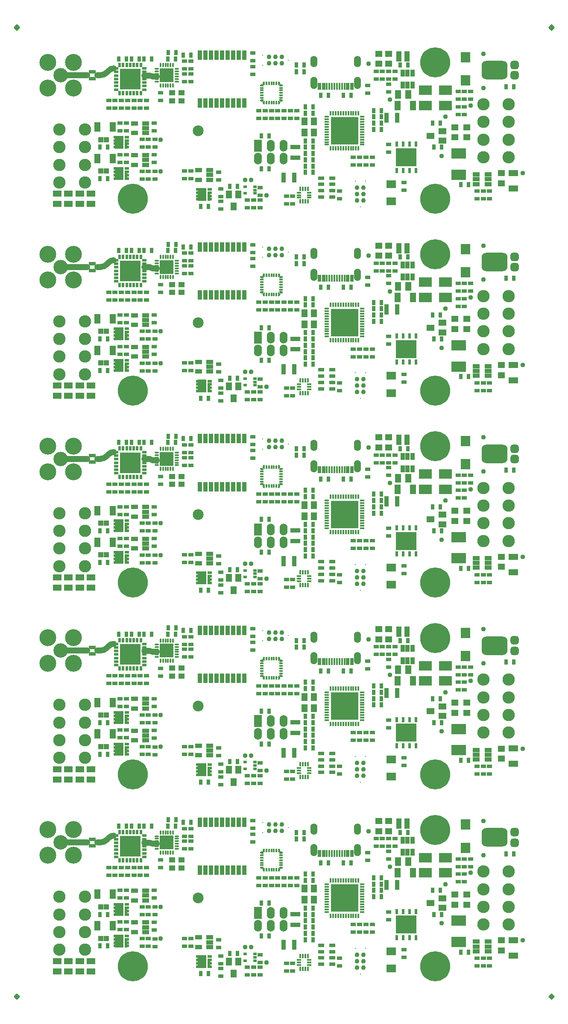
<source format=gts>
G04*
G04 #@! TF.GenerationSoftware,Altium Limited,Altium Designer,22.1.2 (22)*
G04*
G04 Layer_Color=8388736*
%FSLAX44Y44*%
%MOMM*%
G71*
G04*
G04 #@! TF.SameCoordinates,9A175420-6E9C-451E-8E29-60AB4C3F01C6*
G04*
G04*
G04 #@! TF.FilePolarity,Negative*
G04*
G01*
G75*
%ADD10C,0.1000*%
%ADD11C,0.2540*%
%ADD97C,1.1754*%
%ADD98R,1.8500X1.5500*%
%ADD99C,0.9370*%
%ADD100C,0.9500*%
%ADD101R,0.8500X1.9500*%
%ADD102R,0.9500X1.9500*%
%ADD103R,1.0390X0.7850*%
%ADD104R,0.7850X1.0390*%
%ADD105R,0.6500X0.9500*%
%ADD106R,1.0000X2.1500*%
%ADD107R,0.8500X1.3500*%
%ADD108R,1.2500X1.5500*%
%ADD109R,1.4000X1.1500*%
%ADD110R,1.1660X1.9280*%
%ADD111R,0.9500X0.6500*%
%ADD112R,1.9280X1.1660*%
%ADD113R,1.6500X1.1500*%
%ADD114R,1.9500X2.1500*%
%ADD115R,0.4500X0.5000*%
%ADD116R,0.4500X0.7000*%
%ADD117R,0.5000X0.4500*%
%ADD118R,0.7000X0.4500*%
%ADD119R,1.3500X0.8500*%
%ADD120R,0.4000X0.8250*%
%ADD121R,0.8250X0.4000*%
%ADD122R,1.4000X0.7000*%
%ADD123R,0.7000X0.5000*%
%ADD124R,1.1500X1.0500*%
%ADD125R,0.7500X0.5700*%
%ADD126R,2.6500X1.8500*%
%ADD127R,1.1500X1.6500*%
%ADD128R,5.4500X5.4500*%
%ADD129O,0.4000X0.9500*%
%ADD130O,0.9500X0.4000*%
G04:AMPARAMS|DCode=131|XSize=5.15mm|YSize=3.65mm|CornerRadius=0.95mm|HoleSize=0mm|Usage=FLASHONLY|Rotation=180.000|XOffset=0mm|YOffset=0mm|HoleType=Round|Shape=RoundedRectangle|*
%AMROUNDEDRECTD131*
21,1,5.1500,1.7500,0,0,180.0*
21,1,3.2500,3.6500,0,0,180.0*
1,1,1.9000,-1.6250,0.8750*
1,1,1.9000,1.6250,0.8750*
1,1,1.9000,1.6250,-0.8750*
1,1,1.9000,-1.6250,-0.8750*
%
%ADD131ROUNDEDRECTD131*%
G04:AMPARAMS|DCode=132|XSize=1.65mm|YSize=1.65mm|CornerRadius=0.45mm|HoleSize=0mm|Usage=FLASHONLY|Rotation=180.000|XOffset=0mm|YOffset=0mm|HoleType=Round|Shape=RoundedRectangle|*
%AMROUNDEDRECTD132*
21,1,1.6500,0.7500,0,0,180.0*
21,1,0.7500,1.6500,0,0,180.0*
1,1,0.9000,-0.3750,0.3750*
1,1,0.9000,0.3750,0.3750*
1,1,0.9000,0.3750,-0.3750*
1,1,0.9000,-0.3750,-0.3750*
%
%ADD132ROUNDEDRECTD132*%
%ADD133R,0.4500X1.4000*%
%ADD134R,0.7500X1.4000*%
%ADD135R,0.9500X0.5000*%
%ADD136R,0.6000X1.8300*%
%ADD137R,1.7000X2.5100*%
%ADD138R,1.8010X1.2930*%
%ADD139R,1.0500X1.0500*%
%ADD140O,0.3700X0.8500*%
%ADD141O,0.8500X0.3700*%
%ADD142R,2.8300X2.8300*%
%ADD143R,4.0250X4.0250*%
%ADD144R,0.8500X0.5500*%
%ADD145R,0.5500X0.8500*%
%ADD146R,4.1500X3.5500*%
%ADD147R,0.6000X1.0500*%
%ADD148R,2.9400X2.1500*%
%ADD149R,1.2930X1.8010*%
%ADD150R,1.2500X0.7500*%
%ADD151C,0.1500*%
%ADD152C,0.2500*%
%ADD153C,2.4500*%
%ADD154O,1.3500X2.2500*%
%ADD155O,1.3500X2.4500*%
%ADD156O,1.5500X2.3500*%
%ADD157R,1.5500X2.3500*%
%ADD158C,2.1500*%
%ADD159C,3.3500*%
%ADD160C,2.8500*%
%ADD161C,5.9500*%
%ADD162C,0.6000*%
G36*
X1085000Y1940000D02*
X1080000Y1935000D01*
X1075000Y1940000D01*
X1080000Y1945000D01*
X1085000Y1940000D01*
D02*
G37*
G36*
X25000D02*
X20000Y1935000D01*
X15000Y1940000D01*
X20000Y1945000D01*
X25000Y1940000D01*
D02*
G37*
G36*
X541618Y1830743D02*
X541732Y1830715D01*
X541842Y1830670D01*
X541942Y1830609D01*
X542032Y1830532D01*
X542109Y1830442D01*
X542170Y1830342D01*
X542215Y1830233D01*
X542243Y1830118D01*
X542252Y1830000D01*
Y1827750D01*
X542243Y1827632D01*
X542215Y1827518D01*
X542170Y1827408D01*
X542109Y1827308D01*
X542032Y1827218D01*
X540532Y1825718D01*
X540442Y1825641D01*
X540341Y1825580D01*
X540310Y1825567D01*
X540233Y1825535D01*
X540118Y1825507D01*
X540000Y1825498D01*
X538500D01*
X538382Y1825507D01*
X538268Y1825535D01*
X538158Y1825580D01*
X538058Y1825641D01*
X537968Y1825718D01*
X537891Y1825808D01*
X537830Y1825909D01*
X537785Y1826017D01*
X537757Y1826132D01*
X537748Y1826250D01*
Y1830000D01*
X537757Y1830118D01*
X537785Y1830233D01*
X537830Y1830342D01*
X537891Y1830442D01*
X537968Y1830532D01*
X538058Y1830609D01*
X538158Y1830670D01*
X538268Y1830715D01*
X538382Y1830743D01*
X538500Y1830752D01*
X541500D01*
X541618Y1830743D01*
D02*
G37*
G36*
X511618D02*
X511732Y1830715D01*
X511842Y1830670D01*
X511942Y1830609D01*
X512032Y1830532D01*
X512109Y1830442D01*
X512170Y1830342D01*
X512215Y1830233D01*
X512243Y1830118D01*
X512252Y1830000D01*
Y1826250D01*
X512243Y1826132D01*
X512215Y1826017D01*
X512170Y1825909D01*
X512109Y1825808D01*
X512032Y1825718D01*
X511942Y1825641D01*
X511842Y1825580D01*
X511732Y1825535D01*
X511618Y1825507D01*
X511500Y1825498D01*
X510000D01*
X509882Y1825507D01*
X509767Y1825535D01*
X509690Y1825567D01*
X509658Y1825580D01*
X509558Y1825641D01*
X509468Y1825718D01*
X507968Y1827218D01*
X507891Y1827308D01*
X507830Y1827408D01*
X507785Y1827518D01*
X507757Y1827632D01*
X507748Y1827750D01*
Y1830000D01*
X507757Y1830118D01*
X507785Y1830233D01*
X507830Y1830342D01*
X507891Y1830442D01*
X507968Y1830532D01*
X508058Y1830609D01*
X508158Y1830670D01*
X508268Y1830715D01*
X508382Y1830743D01*
X508500Y1830752D01*
X511500D01*
X511618Y1830743D01*
D02*
G37*
G36*
X545118Y1827243D02*
X545233Y1827216D01*
X545342Y1827170D01*
X545442Y1827109D01*
X545532Y1827032D01*
X545609Y1826942D01*
X545670Y1826842D01*
X545715Y1826732D01*
X545743Y1826618D01*
X545752Y1826500D01*
Y1823500D01*
X545743Y1823382D01*
X545715Y1823268D01*
X545670Y1823159D01*
X545609Y1823058D01*
X545532Y1822968D01*
X545442Y1822891D01*
X545342Y1822830D01*
X545233Y1822784D01*
X545118Y1822757D01*
X545000Y1822748D01*
X541250D01*
X541132Y1822757D01*
X541017Y1822784D01*
X540908Y1822830D01*
X540808Y1822891D01*
X540718Y1822968D01*
X540641Y1823058D01*
X540580Y1823159D01*
X540535Y1823268D01*
X540507Y1823382D01*
X540498Y1823500D01*
Y1825000D01*
X540507Y1825118D01*
X540535Y1825233D01*
X540566Y1825310D01*
X540580Y1825342D01*
X540641Y1825442D01*
X540718Y1825532D01*
X542218Y1827032D01*
X542308Y1827109D01*
X542408Y1827170D01*
X542518Y1827216D01*
X542632Y1827243D01*
X542750Y1827252D01*
X545000D01*
X545118Y1827243D01*
D02*
G37*
G36*
X507368D02*
X507482Y1827216D01*
X507592Y1827170D01*
X507692Y1827109D01*
X507782Y1827032D01*
X509282Y1825532D01*
X509359Y1825442D01*
X509420Y1825342D01*
X509434Y1825310D01*
X509465Y1825233D01*
X509493Y1825118D01*
X509502Y1825000D01*
Y1823500D01*
X509493Y1823382D01*
X509465Y1823268D01*
X509420Y1823159D01*
X509359Y1823058D01*
X509282Y1822968D01*
X509192Y1822891D01*
X509091Y1822830D01*
X508983Y1822784D01*
X508868Y1822757D01*
X508750Y1822748D01*
X505000D01*
X504882Y1822757D01*
X504767Y1822784D01*
X504658Y1822830D01*
X504558Y1822891D01*
X504468Y1822968D01*
X504391Y1823058D01*
X504330Y1823159D01*
X504285Y1823268D01*
X504257Y1823382D01*
X504248Y1823500D01*
Y1826500D01*
X504257Y1826618D01*
X504285Y1826732D01*
X504330Y1826842D01*
X504391Y1826942D01*
X504468Y1827032D01*
X504558Y1827109D01*
X504658Y1827170D01*
X504767Y1827216D01*
X504882Y1827243D01*
X505000Y1827252D01*
X507250D01*
X507368Y1827243D01*
D02*
G37*
G36*
X545118Y1797243D02*
X545233Y1797216D01*
X545342Y1797170D01*
X545442Y1797109D01*
X545532Y1797032D01*
X545609Y1796942D01*
X545670Y1796842D01*
X545715Y1796732D01*
X545743Y1796618D01*
X545752Y1796500D01*
Y1793500D01*
X545743Y1793382D01*
X545715Y1793268D01*
X545670Y1793159D01*
X545609Y1793058D01*
X545532Y1792968D01*
X545442Y1792891D01*
X545342Y1792830D01*
X545233Y1792784D01*
X545118Y1792757D01*
X545000Y1792748D01*
X542750D01*
X542632Y1792757D01*
X542518Y1792784D01*
X542408Y1792830D01*
X542308Y1792891D01*
X542218Y1792968D01*
X540718Y1794468D01*
X540641Y1794558D01*
X540580Y1794659D01*
X540566Y1794690D01*
X540535Y1794767D01*
X540507Y1794882D01*
X540498Y1795000D01*
Y1796500D01*
X540507Y1796618D01*
X540535Y1796732D01*
X540580Y1796842D01*
X540641Y1796942D01*
X540718Y1797032D01*
X540808Y1797109D01*
X540908Y1797170D01*
X541017Y1797216D01*
X541132Y1797243D01*
X541250Y1797252D01*
X545000D01*
X545118Y1797243D01*
D02*
G37*
G36*
X508868D02*
X508983Y1797216D01*
X509091Y1797170D01*
X509192Y1797109D01*
X509282Y1797032D01*
X509359Y1796942D01*
X509420Y1796842D01*
X509465Y1796732D01*
X509493Y1796618D01*
X509502Y1796500D01*
Y1795000D01*
X509493Y1794882D01*
X509465Y1794767D01*
X509434Y1794690D01*
X509420Y1794659D01*
X509359Y1794558D01*
X509282Y1794468D01*
X507782Y1792968D01*
X507692Y1792891D01*
X507592Y1792830D01*
X507482Y1792784D01*
X507368Y1792757D01*
X507250Y1792748D01*
X505000D01*
X504882Y1792757D01*
X504767Y1792784D01*
X504658Y1792830D01*
X504558Y1792891D01*
X504468Y1792968D01*
X504391Y1793058D01*
X504330Y1793159D01*
X504285Y1793268D01*
X504257Y1793382D01*
X504248Y1793500D01*
Y1796500D01*
X504257Y1796618D01*
X504285Y1796732D01*
X504330Y1796842D01*
X504391Y1796942D01*
X504468Y1797032D01*
X504558Y1797109D01*
X504658Y1797170D01*
X504767Y1797216D01*
X504882Y1797243D01*
X505000Y1797252D01*
X508750D01*
X508868Y1797243D01*
D02*
G37*
G36*
X540118Y1794493D02*
X540233Y1794465D01*
X540310Y1794434D01*
X540341Y1794420D01*
X540442Y1794359D01*
X540532Y1794282D01*
X542032Y1792782D01*
X542109Y1792692D01*
X542170Y1792592D01*
X542215Y1792482D01*
X542243Y1792368D01*
X542252Y1792250D01*
Y1790000D01*
X542243Y1789882D01*
X542215Y1789767D01*
X542170Y1789658D01*
X542109Y1789558D01*
X542032Y1789468D01*
X541942Y1789391D01*
X541842Y1789330D01*
X541732Y1789285D01*
X541618Y1789257D01*
X541500Y1789248D01*
X538500D01*
X538382Y1789257D01*
X538268Y1789285D01*
X538158Y1789330D01*
X538058Y1789391D01*
X537968Y1789468D01*
X537891Y1789558D01*
X537830Y1789658D01*
X537785Y1789767D01*
X537757Y1789882D01*
X537748Y1790000D01*
Y1793750D01*
X537757Y1793868D01*
X537785Y1793983D01*
X537830Y1794092D01*
X537891Y1794192D01*
X537968Y1794282D01*
X538058Y1794359D01*
X538158Y1794420D01*
X538268Y1794465D01*
X538382Y1794493D01*
X538500Y1794502D01*
X540000D01*
X540118Y1794493D01*
D02*
G37*
G36*
X511618D02*
X511732Y1794465D01*
X511842Y1794420D01*
X511942Y1794359D01*
X512032Y1794282D01*
X512109Y1794192D01*
X512170Y1794092D01*
X512215Y1793983D01*
X512243Y1793868D01*
X512252Y1793750D01*
Y1790000D01*
X512243Y1789882D01*
X512215Y1789767D01*
X512170Y1789658D01*
X512109Y1789558D01*
X512032Y1789468D01*
X511942Y1789391D01*
X511842Y1789330D01*
X511732Y1789285D01*
X511618Y1789257D01*
X511500Y1789248D01*
X508500D01*
X508382Y1789257D01*
X508268Y1789285D01*
X508158Y1789330D01*
X508058Y1789391D01*
X507968Y1789468D01*
X507891Y1789558D01*
X507830Y1789658D01*
X507785Y1789767D01*
X507757Y1789882D01*
X507748Y1790000D01*
Y1792250D01*
X507757Y1792368D01*
X507785Y1792482D01*
X507830Y1792592D01*
X507891Y1792692D01*
X507968Y1792782D01*
X509468Y1794282D01*
X509558Y1794359D01*
X509658Y1794420D01*
X509690Y1794434D01*
X509767Y1794465D01*
X509882Y1794493D01*
X510000Y1794502D01*
X511500D01*
X511618Y1794493D01*
D02*
G37*
G36*
X541618Y1450743D02*
X541732Y1450715D01*
X541842Y1450670D01*
X541942Y1450609D01*
X542032Y1450532D01*
X542109Y1450442D01*
X542170Y1450342D01*
X542215Y1450233D01*
X542243Y1450118D01*
X542252Y1450000D01*
Y1447750D01*
X542243Y1447632D01*
X542215Y1447518D01*
X542170Y1447408D01*
X542109Y1447308D01*
X542032Y1447218D01*
X540532Y1445718D01*
X540442Y1445641D01*
X540341Y1445580D01*
X540310Y1445567D01*
X540233Y1445535D01*
X540118Y1445507D01*
X540000Y1445498D01*
X538500D01*
X538382Y1445507D01*
X538268Y1445535D01*
X538158Y1445580D01*
X538058Y1445641D01*
X537968Y1445718D01*
X537891Y1445808D01*
X537830Y1445909D01*
X537785Y1446017D01*
X537757Y1446132D01*
X537748Y1446250D01*
Y1450000D01*
X537757Y1450118D01*
X537785Y1450233D01*
X537830Y1450342D01*
X537891Y1450442D01*
X537968Y1450532D01*
X538058Y1450609D01*
X538158Y1450670D01*
X538268Y1450715D01*
X538382Y1450743D01*
X538500Y1450752D01*
X541500D01*
X541618Y1450743D01*
D02*
G37*
G36*
X511618D02*
X511732Y1450715D01*
X511842Y1450670D01*
X511942Y1450609D01*
X512032Y1450532D01*
X512109Y1450442D01*
X512170Y1450342D01*
X512215Y1450233D01*
X512243Y1450118D01*
X512252Y1450000D01*
Y1446250D01*
X512243Y1446132D01*
X512215Y1446017D01*
X512170Y1445909D01*
X512109Y1445808D01*
X512032Y1445718D01*
X511942Y1445641D01*
X511842Y1445580D01*
X511732Y1445535D01*
X511618Y1445507D01*
X511500Y1445498D01*
X510000D01*
X509882Y1445507D01*
X509767Y1445535D01*
X509690Y1445567D01*
X509658Y1445580D01*
X509558Y1445641D01*
X509468Y1445718D01*
X507968Y1447218D01*
X507891Y1447308D01*
X507830Y1447408D01*
X507785Y1447518D01*
X507757Y1447632D01*
X507748Y1447750D01*
Y1450000D01*
X507757Y1450118D01*
X507785Y1450233D01*
X507830Y1450342D01*
X507891Y1450442D01*
X507968Y1450532D01*
X508058Y1450609D01*
X508158Y1450670D01*
X508268Y1450715D01*
X508382Y1450743D01*
X508500Y1450752D01*
X511500D01*
X511618Y1450743D01*
D02*
G37*
G36*
X545118Y1447243D02*
X545233Y1447216D01*
X545342Y1447170D01*
X545442Y1447109D01*
X545532Y1447032D01*
X545609Y1446942D01*
X545670Y1446842D01*
X545715Y1446732D01*
X545743Y1446618D01*
X545752Y1446500D01*
Y1443500D01*
X545743Y1443382D01*
X545715Y1443268D01*
X545670Y1443159D01*
X545609Y1443058D01*
X545532Y1442968D01*
X545442Y1442891D01*
X545342Y1442830D01*
X545233Y1442784D01*
X545118Y1442757D01*
X545000Y1442748D01*
X541250D01*
X541132Y1442757D01*
X541017Y1442784D01*
X540908Y1442830D01*
X540808Y1442891D01*
X540718Y1442968D01*
X540641Y1443058D01*
X540580Y1443159D01*
X540535Y1443268D01*
X540507Y1443382D01*
X540498Y1443500D01*
Y1445000D01*
X540507Y1445118D01*
X540535Y1445233D01*
X540566Y1445310D01*
X540580Y1445342D01*
X540641Y1445442D01*
X540718Y1445532D01*
X542218Y1447032D01*
X542308Y1447109D01*
X542408Y1447170D01*
X542518Y1447216D01*
X542632Y1447243D01*
X542750Y1447252D01*
X545000D01*
X545118Y1447243D01*
D02*
G37*
G36*
X507368D02*
X507482Y1447216D01*
X507592Y1447170D01*
X507692Y1447109D01*
X507782Y1447032D01*
X509282Y1445532D01*
X509359Y1445442D01*
X509420Y1445342D01*
X509434Y1445310D01*
X509465Y1445233D01*
X509493Y1445118D01*
X509502Y1445000D01*
Y1443500D01*
X509493Y1443382D01*
X509465Y1443268D01*
X509420Y1443159D01*
X509359Y1443058D01*
X509282Y1442968D01*
X509192Y1442891D01*
X509091Y1442830D01*
X508983Y1442784D01*
X508868Y1442757D01*
X508750Y1442748D01*
X505000D01*
X504882Y1442757D01*
X504767Y1442784D01*
X504658Y1442830D01*
X504558Y1442891D01*
X504468Y1442968D01*
X504391Y1443058D01*
X504330Y1443159D01*
X504285Y1443268D01*
X504257Y1443382D01*
X504248Y1443500D01*
Y1446500D01*
X504257Y1446618D01*
X504285Y1446732D01*
X504330Y1446842D01*
X504391Y1446942D01*
X504468Y1447032D01*
X504558Y1447109D01*
X504658Y1447170D01*
X504767Y1447216D01*
X504882Y1447243D01*
X505000Y1447252D01*
X507250D01*
X507368Y1447243D01*
D02*
G37*
G36*
X545118Y1417243D02*
X545233Y1417216D01*
X545342Y1417170D01*
X545442Y1417109D01*
X545532Y1417032D01*
X545609Y1416942D01*
X545670Y1416842D01*
X545715Y1416732D01*
X545743Y1416618D01*
X545752Y1416500D01*
Y1413500D01*
X545743Y1413382D01*
X545715Y1413268D01*
X545670Y1413159D01*
X545609Y1413058D01*
X545532Y1412968D01*
X545442Y1412891D01*
X545342Y1412830D01*
X545233Y1412784D01*
X545118Y1412757D01*
X545000Y1412748D01*
X542750D01*
X542632Y1412757D01*
X542518Y1412784D01*
X542408Y1412830D01*
X542308Y1412891D01*
X542218Y1412968D01*
X540718Y1414468D01*
X540641Y1414558D01*
X540580Y1414659D01*
X540566Y1414690D01*
X540535Y1414767D01*
X540507Y1414882D01*
X540498Y1415000D01*
Y1416500D01*
X540507Y1416618D01*
X540535Y1416732D01*
X540580Y1416842D01*
X540641Y1416942D01*
X540718Y1417032D01*
X540808Y1417109D01*
X540908Y1417170D01*
X541017Y1417216D01*
X541132Y1417243D01*
X541250Y1417252D01*
X545000D01*
X545118Y1417243D01*
D02*
G37*
G36*
X508868D02*
X508983Y1417216D01*
X509091Y1417170D01*
X509192Y1417109D01*
X509282Y1417032D01*
X509359Y1416942D01*
X509420Y1416842D01*
X509465Y1416732D01*
X509493Y1416618D01*
X509502Y1416500D01*
Y1415000D01*
X509493Y1414882D01*
X509465Y1414767D01*
X509434Y1414690D01*
X509420Y1414659D01*
X509359Y1414558D01*
X509282Y1414468D01*
X507782Y1412968D01*
X507692Y1412891D01*
X507592Y1412830D01*
X507482Y1412784D01*
X507368Y1412757D01*
X507250Y1412748D01*
X505000D01*
X504882Y1412757D01*
X504767Y1412784D01*
X504658Y1412830D01*
X504558Y1412891D01*
X504468Y1412968D01*
X504391Y1413058D01*
X504330Y1413159D01*
X504285Y1413268D01*
X504257Y1413382D01*
X504248Y1413500D01*
Y1416500D01*
X504257Y1416618D01*
X504285Y1416732D01*
X504330Y1416842D01*
X504391Y1416942D01*
X504468Y1417032D01*
X504558Y1417109D01*
X504658Y1417170D01*
X504767Y1417216D01*
X504882Y1417243D01*
X505000Y1417252D01*
X508750D01*
X508868Y1417243D01*
D02*
G37*
G36*
X540118Y1414493D02*
X540233Y1414465D01*
X540310Y1414434D01*
X540341Y1414420D01*
X540442Y1414359D01*
X540532Y1414282D01*
X542032Y1412782D01*
X542109Y1412692D01*
X542170Y1412592D01*
X542215Y1412482D01*
X542243Y1412368D01*
X542252Y1412250D01*
Y1410000D01*
X542243Y1409882D01*
X542215Y1409767D01*
X542170Y1409658D01*
X542109Y1409558D01*
X542032Y1409468D01*
X541942Y1409391D01*
X541842Y1409330D01*
X541732Y1409285D01*
X541618Y1409257D01*
X541500Y1409248D01*
X538500D01*
X538382Y1409257D01*
X538268Y1409285D01*
X538158Y1409330D01*
X538058Y1409391D01*
X537968Y1409468D01*
X537891Y1409558D01*
X537830Y1409658D01*
X537785Y1409767D01*
X537757Y1409882D01*
X537748Y1410000D01*
Y1413750D01*
X537757Y1413868D01*
X537785Y1413983D01*
X537830Y1414092D01*
X537891Y1414192D01*
X537968Y1414282D01*
X538058Y1414359D01*
X538158Y1414420D01*
X538268Y1414465D01*
X538382Y1414493D01*
X538500Y1414502D01*
X540000D01*
X540118Y1414493D01*
D02*
G37*
G36*
X511618D02*
X511732Y1414465D01*
X511842Y1414420D01*
X511942Y1414359D01*
X512032Y1414282D01*
X512109Y1414192D01*
X512170Y1414092D01*
X512215Y1413983D01*
X512243Y1413868D01*
X512252Y1413750D01*
Y1410000D01*
X512243Y1409882D01*
X512215Y1409767D01*
X512170Y1409658D01*
X512109Y1409558D01*
X512032Y1409468D01*
X511942Y1409391D01*
X511842Y1409330D01*
X511732Y1409285D01*
X511618Y1409257D01*
X511500Y1409248D01*
X508500D01*
X508382Y1409257D01*
X508268Y1409285D01*
X508158Y1409330D01*
X508058Y1409391D01*
X507968Y1409468D01*
X507891Y1409558D01*
X507830Y1409658D01*
X507785Y1409767D01*
X507757Y1409882D01*
X507748Y1410000D01*
Y1412250D01*
X507757Y1412368D01*
X507785Y1412482D01*
X507830Y1412592D01*
X507891Y1412692D01*
X507968Y1412782D01*
X509468Y1414282D01*
X509558Y1414359D01*
X509658Y1414420D01*
X509690Y1414434D01*
X509767Y1414465D01*
X509882Y1414493D01*
X510000Y1414502D01*
X511500D01*
X511618Y1414493D01*
D02*
G37*
G36*
X541618Y1070743D02*
X541732Y1070715D01*
X541842Y1070670D01*
X541942Y1070609D01*
X542032Y1070532D01*
X542109Y1070442D01*
X542170Y1070342D01*
X542215Y1070232D01*
X542243Y1070118D01*
X542252Y1070000D01*
Y1067750D01*
X542243Y1067632D01*
X542215Y1067517D01*
X542170Y1067409D01*
X542109Y1067308D01*
X542032Y1067218D01*
X540532Y1065718D01*
X540442Y1065641D01*
X540341Y1065580D01*
X540310Y1065566D01*
X540233Y1065535D01*
X540118Y1065507D01*
X540000Y1065498D01*
X538500D01*
X538382Y1065507D01*
X538268Y1065535D01*
X538158Y1065580D01*
X538058Y1065641D01*
X537968Y1065718D01*
X537891Y1065808D01*
X537830Y1065909D01*
X537785Y1066018D01*
X537757Y1066132D01*
X537748Y1066250D01*
Y1070000D01*
X537757Y1070118D01*
X537785Y1070232D01*
X537830Y1070342D01*
X537891Y1070442D01*
X537968Y1070532D01*
X538058Y1070609D01*
X538158Y1070670D01*
X538268Y1070715D01*
X538382Y1070743D01*
X538500Y1070752D01*
X541500D01*
X541618Y1070743D01*
D02*
G37*
G36*
X511618D02*
X511732Y1070715D01*
X511842Y1070670D01*
X511942Y1070609D01*
X512032Y1070532D01*
X512109Y1070442D01*
X512170Y1070342D01*
X512215Y1070232D01*
X512243Y1070118D01*
X512252Y1070000D01*
Y1066250D01*
X512243Y1066132D01*
X512215Y1066018D01*
X512170Y1065909D01*
X512109Y1065808D01*
X512032Y1065718D01*
X511942Y1065641D01*
X511842Y1065580D01*
X511732Y1065535D01*
X511618Y1065507D01*
X511500Y1065498D01*
X510000D01*
X509882Y1065507D01*
X509767Y1065535D01*
X509690Y1065566D01*
X509658Y1065580D01*
X509558Y1065641D01*
X509468Y1065718D01*
X507968Y1067218D01*
X507891Y1067308D01*
X507830Y1067409D01*
X507785Y1067517D01*
X507757Y1067632D01*
X507748Y1067750D01*
Y1070000D01*
X507757Y1070118D01*
X507785Y1070232D01*
X507830Y1070342D01*
X507891Y1070442D01*
X507968Y1070532D01*
X508058Y1070609D01*
X508158Y1070670D01*
X508268Y1070715D01*
X508382Y1070743D01*
X508500Y1070752D01*
X511500D01*
X511618Y1070743D01*
D02*
G37*
G36*
X545118Y1067243D02*
X545233Y1067215D01*
X545342Y1067170D01*
X545442Y1067109D01*
X545532Y1067032D01*
X545609Y1066942D01*
X545670Y1066842D01*
X545715Y1066732D01*
X545743Y1066618D01*
X545752Y1066500D01*
Y1063500D01*
X545743Y1063382D01*
X545715Y1063268D01*
X545670Y1063158D01*
X545609Y1063058D01*
X545532Y1062968D01*
X545442Y1062891D01*
X545342Y1062830D01*
X545233Y1062785D01*
X545118Y1062757D01*
X545000Y1062748D01*
X541250D01*
X541132Y1062757D01*
X541017Y1062785D01*
X540908Y1062830D01*
X540808Y1062891D01*
X540718Y1062968D01*
X540641Y1063058D01*
X540580Y1063158D01*
X540535Y1063268D01*
X540507Y1063382D01*
X540498Y1063500D01*
Y1065000D01*
X540507Y1065118D01*
X540535Y1065232D01*
X540566Y1065310D01*
X540580Y1065342D01*
X540641Y1065442D01*
X540718Y1065532D01*
X542218Y1067032D01*
X542308Y1067109D01*
X542408Y1067170D01*
X542518Y1067215D01*
X542632Y1067243D01*
X542750Y1067252D01*
X545000D01*
X545118Y1067243D01*
D02*
G37*
G36*
X507368D02*
X507482Y1067215D01*
X507592Y1067170D01*
X507692Y1067109D01*
X507782Y1067032D01*
X509282Y1065532D01*
X509359Y1065442D01*
X509420Y1065342D01*
X509434Y1065310D01*
X509465Y1065232D01*
X509493Y1065118D01*
X509502Y1065000D01*
Y1063500D01*
X509493Y1063382D01*
X509465Y1063268D01*
X509420Y1063158D01*
X509359Y1063058D01*
X509282Y1062968D01*
X509192Y1062891D01*
X509091Y1062830D01*
X508983Y1062785D01*
X508868Y1062757D01*
X508750Y1062748D01*
X505000D01*
X504882Y1062757D01*
X504767Y1062785D01*
X504658Y1062830D01*
X504558Y1062891D01*
X504468Y1062968D01*
X504391Y1063058D01*
X504330Y1063158D01*
X504285Y1063268D01*
X504257Y1063382D01*
X504248Y1063500D01*
Y1066500D01*
X504257Y1066618D01*
X504285Y1066732D01*
X504330Y1066842D01*
X504391Y1066942D01*
X504468Y1067032D01*
X504558Y1067109D01*
X504658Y1067170D01*
X504767Y1067215D01*
X504882Y1067243D01*
X505000Y1067252D01*
X507250D01*
X507368Y1067243D01*
D02*
G37*
G36*
X545118Y1037243D02*
X545233Y1037215D01*
X545342Y1037170D01*
X545442Y1037109D01*
X545532Y1037032D01*
X545609Y1036942D01*
X545670Y1036842D01*
X545715Y1036732D01*
X545743Y1036618D01*
X545752Y1036500D01*
Y1033500D01*
X545743Y1033382D01*
X545715Y1033268D01*
X545670Y1033158D01*
X545609Y1033058D01*
X545532Y1032968D01*
X545442Y1032891D01*
X545342Y1032830D01*
X545233Y1032785D01*
X545118Y1032757D01*
X545000Y1032748D01*
X542750D01*
X542632Y1032757D01*
X542518Y1032785D01*
X542408Y1032830D01*
X542308Y1032891D01*
X542218Y1032968D01*
X540718Y1034468D01*
X540641Y1034558D01*
X540580Y1034659D01*
X540566Y1034690D01*
X540535Y1034768D01*
X540507Y1034882D01*
X540498Y1035000D01*
Y1036500D01*
X540507Y1036618D01*
X540535Y1036732D01*
X540580Y1036842D01*
X540641Y1036942D01*
X540718Y1037032D01*
X540808Y1037109D01*
X540908Y1037170D01*
X541017Y1037215D01*
X541132Y1037243D01*
X541250Y1037252D01*
X545000D01*
X545118Y1037243D01*
D02*
G37*
G36*
X508868D02*
X508983Y1037215D01*
X509091Y1037170D01*
X509192Y1037109D01*
X509282Y1037032D01*
X509359Y1036942D01*
X509420Y1036842D01*
X509465Y1036732D01*
X509493Y1036618D01*
X509502Y1036500D01*
Y1035000D01*
X509493Y1034882D01*
X509465Y1034768D01*
X509434Y1034690D01*
X509420Y1034659D01*
X509359Y1034558D01*
X509282Y1034468D01*
X507782Y1032968D01*
X507692Y1032891D01*
X507592Y1032830D01*
X507482Y1032785D01*
X507368Y1032757D01*
X507250Y1032748D01*
X505000D01*
X504882Y1032757D01*
X504767Y1032785D01*
X504658Y1032830D01*
X504558Y1032891D01*
X504468Y1032968D01*
X504391Y1033058D01*
X504330Y1033158D01*
X504285Y1033268D01*
X504257Y1033382D01*
X504248Y1033500D01*
Y1036500D01*
X504257Y1036618D01*
X504285Y1036732D01*
X504330Y1036842D01*
X504391Y1036942D01*
X504468Y1037032D01*
X504558Y1037109D01*
X504658Y1037170D01*
X504767Y1037215D01*
X504882Y1037243D01*
X505000Y1037252D01*
X508750D01*
X508868Y1037243D01*
D02*
G37*
G36*
X540118Y1034493D02*
X540233Y1034465D01*
X540310Y1034434D01*
X540341Y1034420D01*
X540442Y1034359D01*
X540532Y1034282D01*
X542032Y1032782D01*
X542109Y1032692D01*
X542170Y1032592D01*
X542215Y1032483D01*
X542243Y1032368D01*
X542252Y1032250D01*
Y1030000D01*
X542243Y1029882D01*
X542215Y1029768D01*
X542170Y1029658D01*
X542109Y1029558D01*
X542032Y1029468D01*
X541942Y1029391D01*
X541842Y1029330D01*
X541732Y1029285D01*
X541618Y1029257D01*
X541500Y1029248D01*
X538500D01*
X538382Y1029257D01*
X538268Y1029285D01*
X538158Y1029330D01*
X538058Y1029391D01*
X537968Y1029468D01*
X537891Y1029558D01*
X537830Y1029658D01*
X537785Y1029768D01*
X537757Y1029882D01*
X537748Y1030000D01*
Y1033750D01*
X537757Y1033868D01*
X537785Y1033982D01*
X537830Y1034092D01*
X537891Y1034192D01*
X537968Y1034282D01*
X538058Y1034359D01*
X538158Y1034420D01*
X538268Y1034465D01*
X538382Y1034493D01*
X538500Y1034502D01*
X540000D01*
X540118Y1034493D01*
D02*
G37*
G36*
X511618D02*
X511732Y1034465D01*
X511842Y1034420D01*
X511942Y1034359D01*
X512032Y1034282D01*
X512109Y1034192D01*
X512170Y1034092D01*
X512215Y1033982D01*
X512243Y1033868D01*
X512252Y1033750D01*
Y1030000D01*
X512243Y1029882D01*
X512215Y1029768D01*
X512170Y1029658D01*
X512109Y1029558D01*
X512032Y1029468D01*
X511942Y1029391D01*
X511842Y1029330D01*
X511732Y1029285D01*
X511618Y1029257D01*
X511500Y1029248D01*
X508500D01*
X508382Y1029257D01*
X508268Y1029285D01*
X508158Y1029330D01*
X508058Y1029391D01*
X507968Y1029468D01*
X507891Y1029558D01*
X507830Y1029658D01*
X507785Y1029768D01*
X507757Y1029882D01*
X507748Y1030000D01*
Y1032250D01*
X507757Y1032368D01*
X507785Y1032483D01*
X507830Y1032592D01*
X507891Y1032692D01*
X507968Y1032782D01*
X509468Y1034282D01*
X509558Y1034359D01*
X509658Y1034420D01*
X509690Y1034434D01*
X509767Y1034465D01*
X509882Y1034493D01*
X510000Y1034502D01*
X511500D01*
X511618Y1034493D01*
D02*
G37*
G36*
X541618Y690743D02*
X541732Y690715D01*
X541842Y690670D01*
X541942Y690609D01*
X542032Y690532D01*
X542109Y690442D01*
X542170Y690342D01*
X542215Y690232D01*
X542243Y690118D01*
X542252Y690000D01*
Y687750D01*
X542243Y687632D01*
X542215Y687517D01*
X542170Y687409D01*
X542109Y687308D01*
X542032Y687218D01*
X540532Y685718D01*
X540442Y685641D01*
X540341Y685580D01*
X540310Y685566D01*
X540233Y685535D01*
X540118Y685507D01*
X540000Y685498D01*
X538500D01*
X538382Y685507D01*
X538268Y685535D01*
X538158Y685580D01*
X538058Y685641D01*
X537968Y685718D01*
X537891Y685808D01*
X537830Y685909D01*
X537785Y686018D01*
X537757Y686132D01*
X537748Y686250D01*
Y690000D01*
X537757Y690118D01*
X537785Y690232D01*
X537830Y690342D01*
X537891Y690442D01*
X537968Y690532D01*
X538058Y690609D01*
X538158Y690670D01*
X538268Y690715D01*
X538382Y690743D01*
X538500Y690752D01*
X541500D01*
X541618Y690743D01*
D02*
G37*
G36*
X511618D02*
X511732Y690715D01*
X511842Y690670D01*
X511942Y690609D01*
X512032Y690532D01*
X512109Y690442D01*
X512170Y690342D01*
X512215Y690232D01*
X512243Y690118D01*
X512252Y690000D01*
Y686250D01*
X512243Y686132D01*
X512215Y686018D01*
X512170Y685909D01*
X512109Y685808D01*
X512032Y685718D01*
X511942Y685641D01*
X511842Y685580D01*
X511732Y685535D01*
X511618Y685507D01*
X511500Y685498D01*
X510000D01*
X509882Y685507D01*
X509767Y685535D01*
X509690Y685566D01*
X509658Y685580D01*
X509558Y685641D01*
X509468Y685718D01*
X507968Y687218D01*
X507891Y687308D01*
X507830Y687409D01*
X507785Y687517D01*
X507757Y687632D01*
X507748Y687750D01*
Y690000D01*
X507757Y690118D01*
X507785Y690232D01*
X507830Y690342D01*
X507891Y690442D01*
X507968Y690532D01*
X508058Y690609D01*
X508158Y690670D01*
X508268Y690715D01*
X508382Y690743D01*
X508500Y690752D01*
X511500D01*
X511618Y690743D01*
D02*
G37*
G36*
X545118Y687243D02*
X545233Y687215D01*
X545342Y687170D01*
X545442Y687109D01*
X545532Y687032D01*
X545609Y686942D01*
X545670Y686842D01*
X545715Y686732D01*
X545743Y686618D01*
X545752Y686500D01*
Y683500D01*
X545743Y683382D01*
X545715Y683268D01*
X545670Y683158D01*
X545609Y683058D01*
X545532Y682968D01*
X545442Y682891D01*
X545342Y682830D01*
X545233Y682785D01*
X545118Y682757D01*
X545000Y682748D01*
X541250D01*
X541132Y682757D01*
X541017Y682785D01*
X540908Y682830D01*
X540808Y682891D01*
X540718Y682968D01*
X540641Y683058D01*
X540580Y683158D01*
X540535Y683268D01*
X540507Y683382D01*
X540498Y683500D01*
Y685000D01*
X540507Y685118D01*
X540535Y685232D01*
X540566Y685310D01*
X540580Y685342D01*
X540641Y685442D01*
X540718Y685532D01*
X542218Y687032D01*
X542308Y687109D01*
X542408Y687170D01*
X542518Y687215D01*
X542632Y687243D01*
X542750Y687252D01*
X545000D01*
X545118Y687243D01*
D02*
G37*
G36*
X507368D02*
X507482Y687215D01*
X507592Y687170D01*
X507692Y687109D01*
X507782Y687032D01*
X509282Y685532D01*
X509359Y685442D01*
X509420Y685342D01*
X509434Y685310D01*
X509465Y685232D01*
X509493Y685118D01*
X509502Y685000D01*
Y683500D01*
X509493Y683382D01*
X509465Y683268D01*
X509420Y683158D01*
X509359Y683058D01*
X509282Y682968D01*
X509192Y682891D01*
X509091Y682830D01*
X508983Y682785D01*
X508868Y682757D01*
X508750Y682748D01*
X505000D01*
X504882Y682757D01*
X504767Y682785D01*
X504658Y682830D01*
X504558Y682891D01*
X504468Y682968D01*
X504391Y683058D01*
X504330Y683158D01*
X504285Y683268D01*
X504257Y683382D01*
X504248Y683500D01*
Y686500D01*
X504257Y686618D01*
X504285Y686732D01*
X504330Y686842D01*
X504391Y686942D01*
X504468Y687032D01*
X504558Y687109D01*
X504658Y687170D01*
X504767Y687215D01*
X504882Y687243D01*
X505000Y687252D01*
X507250D01*
X507368Y687243D01*
D02*
G37*
G36*
X545118Y657243D02*
X545233Y657215D01*
X545342Y657170D01*
X545442Y657109D01*
X545532Y657032D01*
X545609Y656942D01*
X545670Y656842D01*
X545715Y656732D01*
X545743Y656618D01*
X545752Y656500D01*
Y653500D01*
X545743Y653382D01*
X545715Y653268D01*
X545670Y653158D01*
X545609Y653058D01*
X545532Y652968D01*
X545442Y652891D01*
X545342Y652830D01*
X545233Y652785D01*
X545118Y652757D01*
X545000Y652748D01*
X542750D01*
X542632Y652757D01*
X542518Y652785D01*
X542408Y652830D01*
X542308Y652891D01*
X542218Y652968D01*
X540718Y654468D01*
X540641Y654558D01*
X540580Y654659D01*
X540566Y654690D01*
X540535Y654768D01*
X540507Y654882D01*
X540498Y655000D01*
Y656500D01*
X540507Y656618D01*
X540535Y656732D01*
X540580Y656842D01*
X540641Y656942D01*
X540718Y657032D01*
X540808Y657109D01*
X540908Y657170D01*
X541017Y657215D01*
X541132Y657243D01*
X541250Y657252D01*
X545000D01*
X545118Y657243D01*
D02*
G37*
G36*
X508868D02*
X508983Y657215D01*
X509091Y657170D01*
X509192Y657109D01*
X509282Y657032D01*
X509359Y656942D01*
X509420Y656842D01*
X509465Y656732D01*
X509493Y656618D01*
X509502Y656500D01*
Y655000D01*
X509493Y654882D01*
X509465Y654768D01*
X509434Y654690D01*
X509420Y654659D01*
X509359Y654558D01*
X509282Y654468D01*
X507782Y652968D01*
X507692Y652891D01*
X507592Y652830D01*
X507482Y652785D01*
X507368Y652757D01*
X507250Y652748D01*
X505000D01*
X504882Y652757D01*
X504767Y652785D01*
X504658Y652830D01*
X504558Y652891D01*
X504468Y652968D01*
X504391Y653058D01*
X504330Y653158D01*
X504285Y653268D01*
X504257Y653382D01*
X504248Y653500D01*
Y656500D01*
X504257Y656618D01*
X504285Y656732D01*
X504330Y656842D01*
X504391Y656942D01*
X504468Y657032D01*
X504558Y657109D01*
X504658Y657170D01*
X504767Y657215D01*
X504882Y657243D01*
X505000Y657252D01*
X508750D01*
X508868Y657243D01*
D02*
G37*
G36*
X540118Y654493D02*
X540233Y654465D01*
X540310Y654434D01*
X540341Y654420D01*
X540442Y654359D01*
X540532Y654282D01*
X542032Y652782D01*
X542109Y652692D01*
X542170Y652592D01*
X542215Y652483D01*
X542243Y652368D01*
X542252Y652250D01*
Y650000D01*
X542243Y649882D01*
X542215Y649768D01*
X542170Y649658D01*
X542109Y649558D01*
X542032Y649468D01*
X541942Y649391D01*
X541842Y649330D01*
X541732Y649285D01*
X541618Y649257D01*
X541500Y649248D01*
X538500D01*
X538382Y649257D01*
X538268Y649285D01*
X538158Y649330D01*
X538058Y649391D01*
X537968Y649468D01*
X537891Y649558D01*
X537830Y649658D01*
X537785Y649768D01*
X537757Y649882D01*
X537748Y650000D01*
Y653750D01*
X537757Y653868D01*
X537785Y653982D01*
X537830Y654092D01*
X537891Y654192D01*
X537968Y654282D01*
X538058Y654359D01*
X538158Y654420D01*
X538268Y654465D01*
X538382Y654493D01*
X538500Y654502D01*
X540000D01*
X540118Y654493D01*
D02*
G37*
G36*
X511618D02*
X511732Y654465D01*
X511842Y654420D01*
X511942Y654359D01*
X512032Y654282D01*
X512109Y654192D01*
X512170Y654092D01*
X512215Y653982D01*
X512243Y653868D01*
X512252Y653750D01*
Y650000D01*
X512243Y649882D01*
X512215Y649768D01*
X512170Y649658D01*
X512109Y649558D01*
X512032Y649468D01*
X511942Y649391D01*
X511842Y649330D01*
X511732Y649285D01*
X511618Y649257D01*
X511500Y649248D01*
X508500D01*
X508382Y649257D01*
X508268Y649285D01*
X508158Y649330D01*
X508058Y649391D01*
X507968Y649468D01*
X507891Y649558D01*
X507830Y649658D01*
X507785Y649768D01*
X507757Y649882D01*
X507748Y650000D01*
Y652250D01*
X507757Y652368D01*
X507785Y652483D01*
X507830Y652592D01*
X507891Y652692D01*
X507968Y652782D01*
X509468Y654282D01*
X509558Y654359D01*
X509658Y654420D01*
X509690Y654434D01*
X509767Y654465D01*
X509882Y654493D01*
X510000Y654502D01*
X511500D01*
X511618Y654493D01*
D02*
G37*
G36*
X541618Y310743D02*
X541732Y310716D01*
X541842Y310670D01*
X541942Y310609D01*
X542032Y310532D01*
X542109Y310442D01*
X542170Y310342D01*
X542215Y310233D01*
X542243Y310118D01*
X542252Y310000D01*
Y307750D01*
X542243Y307632D01*
X542215Y307518D01*
X542170Y307409D01*
X542109Y307308D01*
X542032Y307218D01*
X540532Y305718D01*
X540442Y305641D01*
X540341Y305580D01*
X540310Y305566D01*
X540233Y305534D01*
X540118Y305507D01*
X540000Y305498D01*
X538500D01*
X538382Y305507D01*
X538268Y305534D01*
X538158Y305580D01*
X538058Y305641D01*
X537968Y305718D01*
X537891Y305808D01*
X537830Y305909D01*
X537785Y306017D01*
X537757Y306132D01*
X537748Y306250D01*
Y310000D01*
X537757Y310118D01*
X537785Y310233D01*
X537830Y310342D01*
X537891Y310442D01*
X537968Y310532D01*
X538058Y310609D01*
X538158Y310670D01*
X538268Y310716D01*
X538382Y310743D01*
X538500Y310752D01*
X541500D01*
X541618Y310743D01*
D02*
G37*
G36*
X511618D02*
X511732Y310716D01*
X511842Y310670D01*
X511942Y310609D01*
X512032Y310532D01*
X512109Y310442D01*
X512170Y310342D01*
X512215Y310233D01*
X512243Y310118D01*
X512252Y310000D01*
Y306250D01*
X512243Y306132D01*
X512215Y306017D01*
X512170Y305909D01*
X512109Y305808D01*
X512032Y305718D01*
X511942Y305641D01*
X511842Y305580D01*
X511732Y305534D01*
X511618Y305507D01*
X511500Y305498D01*
X510000D01*
X509882Y305507D01*
X509767Y305534D01*
X509690Y305566D01*
X509658Y305580D01*
X509558Y305641D01*
X509468Y305718D01*
X507968Y307218D01*
X507891Y307308D01*
X507830Y307409D01*
X507785Y307518D01*
X507757Y307632D01*
X507748Y307750D01*
Y310000D01*
X507757Y310118D01*
X507785Y310233D01*
X507830Y310342D01*
X507891Y310442D01*
X507968Y310532D01*
X508058Y310609D01*
X508158Y310670D01*
X508268Y310716D01*
X508382Y310743D01*
X508500Y310752D01*
X511500D01*
X511618Y310743D01*
D02*
G37*
G36*
X545118Y307243D02*
X545233Y307215D01*
X545342Y307170D01*
X545442Y307109D01*
X545532Y307032D01*
X545609Y306942D01*
X545670Y306842D01*
X545715Y306733D01*
X545743Y306618D01*
X545752Y306500D01*
Y303500D01*
X545743Y303382D01*
X545715Y303267D01*
X545670Y303158D01*
X545609Y303058D01*
X545532Y302968D01*
X545442Y302891D01*
X545342Y302830D01*
X545233Y302785D01*
X545118Y302757D01*
X545000Y302748D01*
X541250D01*
X541132Y302757D01*
X541017Y302785D01*
X540908Y302830D01*
X540808Y302891D01*
X540718Y302968D01*
X540641Y303058D01*
X540580Y303158D01*
X540535Y303267D01*
X540507Y303382D01*
X540498Y303500D01*
Y305000D01*
X540507Y305118D01*
X540535Y305233D01*
X540566Y305310D01*
X540580Y305342D01*
X540641Y305442D01*
X540718Y305532D01*
X542218Y307032D01*
X542308Y307109D01*
X542408Y307170D01*
X542518Y307215D01*
X542632Y307243D01*
X542750Y307252D01*
X545000D01*
X545118Y307243D01*
D02*
G37*
G36*
X507368D02*
X507482Y307215D01*
X507592Y307170D01*
X507692Y307109D01*
X507782Y307032D01*
X509282Y305532D01*
X509359Y305442D01*
X509420Y305342D01*
X509434Y305310D01*
X509465Y305233D01*
X509493Y305118D01*
X509502Y305000D01*
Y303500D01*
X509493Y303382D01*
X509465Y303267D01*
X509420Y303158D01*
X509359Y303058D01*
X509282Y302968D01*
X509192Y302891D01*
X509091Y302830D01*
X508983Y302785D01*
X508868Y302757D01*
X508750Y302748D01*
X505000D01*
X504882Y302757D01*
X504767Y302785D01*
X504658Y302830D01*
X504558Y302891D01*
X504468Y302968D01*
X504391Y303058D01*
X504330Y303158D01*
X504285Y303267D01*
X504257Y303382D01*
X504248Y303500D01*
Y306500D01*
X504257Y306618D01*
X504285Y306733D01*
X504330Y306842D01*
X504391Y306942D01*
X504468Y307032D01*
X504558Y307109D01*
X504658Y307170D01*
X504767Y307215D01*
X504882Y307243D01*
X505000Y307252D01*
X507250D01*
X507368Y307243D01*
D02*
G37*
G36*
X545118Y277243D02*
X545233Y277215D01*
X545342Y277170D01*
X545442Y277109D01*
X545532Y277032D01*
X545609Y276942D01*
X545670Y276842D01*
X545715Y276733D01*
X545743Y276618D01*
X545752Y276500D01*
Y273500D01*
X545743Y273382D01*
X545715Y273267D01*
X545670Y273158D01*
X545609Y273058D01*
X545532Y272968D01*
X545442Y272891D01*
X545342Y272830D01*
X545233Y272785D01*
X545118Y272757D01*
X545000Y272748D01*
X542750D01*
X542632Y272757D01*
X542518Y272785D01*
X542408Y272830D01*
X542308Y272891D01*
X542218Y272968D01*
X540718Y274468D01*
X540641Y274558D01*
X540580Y274659D01*
X540566Y274690D01*
X540535Y274767D01*
X540507Y274882D01*
X540498Y275000D01*
Y276500D01*
X540507Y276618D01*
X540535Y276733D01*
X540580Y276842D01*
X540641Y276942D01*
X540718Y277032D01*
X540808Y277109D01*
X540908Y277170D01*
X541017Y277215D01*
X541132Y277243D01*
X541250Y277252D01*
X545000D01*
X545118Y277243D01*
D02*
G37*
G36*
X508868D02*
X508983Y277215D01*
X509091Y277170D01*
X509192Y277109D01*
X509282Y277032D01*
X509359Y276942D01*
X509420Y276842D01*
X509465Y276733D01*
X509493Y276618D01*
X509502Y276500D01*
Y275000D01*
X509493Y274882D01*
X509465Y274767D01*
X509434Y274690D01*
X509420Y274659D01*
X509359Y274558D01*
X509282Y274468D01*
X507782Y272968D01*
X507692Y272891D01*
X507592Y272830D01*
X507482Y272785D01*
X507368Y272757D01*
X507250Y272748D01*
X505000D01*
X504882Y272757D01*
X504767Y272785D01*
X504658Y272830D01*
X504558Y272891D01*
X504468Y272968D01*
X504391Y273058D01*
X504330Y273158D01*
X504285Y273267D01*
X504257Y273382D01*
X504248Y273500D01*
Y276500D01*
X504257Y276618D01*
X504285Y276733D01*
X504330Y276842D01*
X504391Y276942D01*
X504468Y277032D01*
X504558Y277109D01*
X504658Y277170D01*
X504767Y277215D01*
X504882Y277243D01*
X505000Y277252D01*
X508750D01*
X508868Y277243D01*
D02*
G37*
G36*
X540118Y274493D02*
X540233Y274466D01*
X540310Y274434D01*
X540341Y274420D01*
X540442Y274359D01*
X540532Y274282D01*
X542032Y272782D01*
X542109Y272692D01*
X542170Y272592D01*
X542215Y272482D01*
X542243Y272368D01*
X542252Y272250D01*
Y270000D01*
X542243Y269882D01*
X542215Y269767D01*
X542170Y269658D01*
X542109Y269558D01*
X542032Y269468D01*
X541942Y269391D01*
X541842Y269330D01*
X541732Y269284D01*
X541618Y269257D01*
X541500Y269248D01*
X538500D01*
X538382Y269257D01*
X538268Y269284D01*
X538158Y269330D01*
X538058Y269391D01*
X537968Y269468D01*
X537891Y269558D01*
X537830Y269658D01*
X537785Y269767D01*
X537757Y269882D01*
X537748Y270000D01*
Y273750D01*
X537757Y273868D01*
X537785Y273983D01*
X537830Y274092D01*
X537891Y274192D01*
X537968Y274282D01*
X538058Y274359D01*
X538158Y274420D01*
X538268Y274466D01*
X538382Y274493D01*
X538500Y274502D01*
X540000D01*
X540118Y274493D01*
D02*
G37*
G36*
X511618D02*
X511732Y274466D01*
X511842Y274420D01*
X511942Y274359D01*
X512032Y274282D01*
X512109Y274192D01*
X512170Y274092D01*
X512215Y273983D01*
X512243Y273868D01*
X512252Y273750D01*
Y270000D01*
X512243Y269882D01*
X512215Y269767D01*
X512170Y269658D01*
X512109Y269558D01*
X512032Y269468D01*
X511942Y269391D01*
X511842Y269330D01*
X511732Y269284D01*
X511618Y269257D01*
X511500Y269248D01*
X508500D01*
X508382Y269257D01*
X508268Y269284D01*
X508158Y269330D01*
X508058Y269391D01*
X507968Y269468D01*
X507891Y269558D01*
X507830Y269658D01*
X507785Y269767D01*
X507757Y269882D01*
X507748Y270000D01*
Y272250D01*
X507757Y272368D01*
X507785Y272482D01*
X507830Y272592D01*
X507891Y272692D01*
X507968Y272782D01*
X509468Y274282D01*
X509558Y274359D01*
X509658Y274420D01*
X509690Y274434D01*
X509767Y274466D01*
X509882Y274493D01*
X510000Y274502D01*
X511500D01*
X511618Y274493D01*
D02*
G37*
G36*
X1085000Y20000D02*
X1080000Y15000D01*
X1075000Y20000D01*
X1080000Y25000D01*
X1085000Y20000D01*
D02*
G37*
G36*
X25000D02*
X20000Y15000D01*
X15000Y20000D01*
X20000Y25000D01*
X25000Y20000D01*
D02*
G37*
D10*
X20000Y1940000D02*
D03*
X1080000D02*
D03*
Y20000D02*
D03*
X20000D02*
D03*
D11*
X20000Y1945000D02*
X25000Y1940000D01*
X15000D02*
X20000Y1945000D01*
X20000Y1935000D02*
X25000Y1940000D01*
X20000Y1935000D02*
Y1935000D01*
X15000Y1940000D02*
X20000Y1935000D01*
X1080000Y1945000D02*
X1085000Y1940000D01*
X1075000D02*
X1080000Y1945000D01*
X1080000Y1935000D02*
X1085000Y1940000D01*
X1080000Y1935000D02*
Y1935000D01*
X1075000Y1940000D02*
X1080000Y1935000D01*
X1080000Y25000D02*
X1085000Y20000D01*
X1075000D02*
X1080000Y25000D01*
X1080000Y15000D02*
X1085000Y20000D01*
X1080000Y15000D02*
Y15000D01*
X1075000Y20000D02*
X1080000Y15000D01*
X20000Y25000D02*
X25000Y20000D01*
X15000D02*
X20000Y25000D01*
X20000Y15000D02*
X25000Y20000D01*
X20000Y15000D02*
Y15000D01*
X15000Y20000D02*
X20000Y15000D01*
D97*
X212275Y338500D02*
G03*
X202843Y334593I0J-13340D01*
G01*
X185472Y325000D02*
G03*
X198750Y330500I0J18778D01*
G01*
X286000Y323750D02*
G03*
X289018Y322500I3018J3018D01*
G01*
X286000Y323750D02*
G03*
X284189Y324500I-1811J-1811D01*
G01*
X198750Y330500D02*
X202843Y334593D01*
X180250Y325000D02*
X185472D01*
X107500D02*
X159750D01*
X289018Y322500D02*
X297500D01*
X273000Y324500D02*
X284189D01*
X212275Y718500D02*
G03*
X202843Y714593I0J-13340D01*
G01*
X185472Y705000D02*
G03*
X198750Y710500I0J18778D01*
G01*
X286000Y703750D02*
G03*
X289018Y702500I3018J3018D01*
G01*
X286000Y703750D02*
G03*
X284189Y704500I-1811J-1811D01*
G01*
X198750Y710500D02*
X202843Y714593D01*
X180250Y705000D02*
X185472D01*
X107500D02*
X159750D01*
X289018Y702500D02*
X297500D01*
X273000Y704500D02*
X284189D01*
X212275Y1098500D02*
G03*
X202843Y1094593I0J-13340D01*
G01*
X185472Y1085000D02*
G03*
X198750Y1090500I0J18778D01*
G01*
X286000Y1083750D02*
G03*
X289018Y1082500I3018J3018D01*
G01*
X286000Y1083750D02*
G03*
X284189Y1084500I-1811J-1811D01*
G01*
X198750Y1090500D02*
X202843Y1094593D01*
X180250Y1085000D02*
X185472D01*
X107500D02*
X159750D01*
X289018Y1082500D02*
X297500D01*
X273000Y1084500D02*
X284189D01*
X212275Y1478500D02*
G03*
X202843Y1474593I0J-13340D01*
G01*
X185472Y1465000D02*
G03*
X198750Y1470500I0J18778D01*
G01*
X286000Y1463750D02*
G03*
X289018Y1462500I3018J3018D01*
G01*
X286000Y1463750D02*
G03*
X284189Y1464500I-1811J-1811D01*
G01*
X198750Y1470500D02*
X202843Y1474593D01*
X180250Y1465000D02*
X185472D01*
X107500D02*
X159750D01*
X289018Y1462500D02*
X297500D01*
X273000Y1464500D02*
X284189D01*
X212275Y1858500D02*
G03*
X202843Y1854593I0J-13340D01*
G01*
X185472Y1845000D02*
G03*
X198750Y1850500I0J18778D01*
G01*
X286000Y1843750D02*
G03*
X289018Y1842500I3018J3018D01*
G01*
X286000Y1843750D02*
G03*
X284189Y1844500I-1811J-1811D01*
G01*
X198750Y1850500D02*
X202843Y1854593D01*
X180250Y1845000D02*
X185472D01*
X107500D02*
X159750D01*
X289018Y1842500D02*
X297500D01*
X273000Y1844500D02*
X284189D01*
D98*
X762502Y109500D02*
D03*
Y75500D02*
D03*
Y489500D02*
D03*
Y455500D02*
D03*
Y869500D02*
D03*
Y835500D02*
D03*
Y1249500D02*
D03*
Y1215500D02*
D03*
Y1629500D02*
D03*
Y1595500D02*
D03*
D99*
X707500Y77300D02*
D03*
X694800D02*
D03*
X707500Y90000D02*
D03*
X694800D02*
D03*
X707500Y102700D02*
D03*
X694800D02*
D03*
X520300Y348300D02*
D03*
Y361000D02*
D03*
X533000Y348300D02*
D03*
Y361000D02*
D03*
X545700Y348300D02*
D03*
Y361000D02*
D03*
X707500Y457300D02*
D03*
X694800D02*
D03*
X707500Y470000D02*
D03*
X694800D02*
D03*
X707500Y482700D02*
D03*
X694800D02*
D03*
X520300Y728300D02*
D03*
Y741000D02*
D03*
X533000Y728300D02*
D03*
Y741000D02*
D03*
X545700Y728300D02*
D03*
Y741000D02*
D03*
X707500Y837300D02*
D03*
X694800D02*
D03*
X707500Y850000D02*
D03*
X694800D02*
D03*
X707500Y862700D02*
D03*
X694800D02*
D03*
X520300Y1108300D02*
D03*
Y1121000D02*
D03*
X533000Y1108300D02*
D03*
Y1121000D02*
D03*
X545700Y1108300D02*
D03*
Y1121000D02*
D03*
X707500Y1217300D02*
D03*
X694800D02*
D03*
X707500Y1230000D02*
D03*
X694800D02*
D03*
X707500Y1242700D02*
D03*
X694800D02*
D03*
X520300Y1488300D02*
D03*
Y1501000D02*
D03*
X533000Y1488300D02*
D03*
Y1501000D02*
D03*
X545700Y1488300D02*
D03*
Y1501000D02*
D03*
X707500Y1597300D02*
D03*
X694800D02*
D03*
X707500Y1610000D02*
D03*
X694800D02*
D03*
X707500Y1622700D02*
D03*
X694800D02*
D03*
X520300Y1868300D02*
D03*
Y1881000D02*
D03*
X533000Y1868300D02*
D03*
Y1881000D02*
D03*
X545700Y1868300D02*
D03*
Y1881000D02*
D03*
D100*
X945000Y300000D02*
D03*
X945000Y367500D02*
D03*
X1023000Y131000D02*
D03*
X862000Y165000D02*
D03*
X920000Y265000D02*
D03*
X760000Y277000D02*
D03*
X717500Y347500D02*
D03*
X870000Y242500D02*
D03*
X305500Y197500D02*
D03*
Y134500D02*
D03*
X485000Y117500D02*
D03*
X472500D02*
D03*
X515000Y87500D02*
D03*
X945000Y680000D02*
D03*
X945000Y747500D02*
D03*
X1023000Y511000D02*
D03*
X862000Y545000D02*
D03*
X920000Y645000D02*
D03*
X760000Y657000D02*
D03*
X717500Y727500D02*
D03*
X870000Y622500D02*
D03*
X305500Y577500D02*
D03*
Y514500D02*
D03*
X485000Y497500D02*
D03*
X472500D02*
D03*
X515000Y467500D02*
D03*
X945000Y1060000D02*
D03*
X945000Y1127500D02*
D03*
X1023000Y891000D02*
D03*
X862000Y925000D02*
D03*
X920000Y1025000D02*
D03*
X760000Y1037000D02*
D03*
X717500Y1107500D02*
D03*
X870000Y1002500D02*
D03*
X305500Y957500D02*
D03*
Y894500D02*
D03*
X485000Y877500D02*
D03*
X472500D02*
D03*
X515000Y847500D02*
D03*
X945000Y1440000D02*
D03*
X945000Y1507500D02*
D03*
X1023000Y1271000D02*
D03*
X862000Y1305000D02*
D03*
X920000Y1405000D02*
D03*
X760000Y1417000D02*
D03*
X717500Y1487500D02*
D03*
X870000Y1382500D02*
D03*
X305500Y1337500D02*
D03*
Y1274500D02*
D03*
X485000Y1257500D02*
D03*
X472500D02*
D03*
X515000Y1227500D02*
D03*
X945000Y1820000D02*
D03*
X945000Y1887500D02*
D03*
X1023000Y1651000D02*
D03*
X862000Y1685000D02*
D03*
X920000Y1785000D02*
D03*
X760000Y1797000D02*
D03*
X717500Y1867500D02*
D03*
X870000Y1762500D02*
D03*
X305500Y1717500D02*
D03*
Y1654500D02*
D03*
X485000Y1637500D02*
D03*
X472500D02*
D03*
X515000Y1607500D02*
D03*
D101*
X471500Y365000D02*
D03*
X383500D02*
D03*
Y270000D02*
D03*
X471500D02*
D03*
Y745000D02*
D03*
X383500D02*
D03*
Y650000D02*
D03*
X471500D02*
D03*
Y1125000D02*
D03*
X383500D02*
D03*
Y1030000D02*
D03*
X471500D02*
D03*
Y1505000D02*
D03*
X383500D02*
D03*
Y1410000D02*
D03*
X471500D02*
D03*
Y1885000D02*
D03*
X383500D02*
D03*
Y1790000D02*
D03*
X471500D02*
D03*
D102*
X460500Y365000D02*
D03*
X449500D02*
D03*
X438500D02*
D03*
X427500D02*
D03*
X416500D02*
D03*
X405500D02*
D03*
X394500D02*
D03*
Y270000D02*
D03*
X405500D02*
D03*
X416500D02*
D03*
X427500D02*
D03*
X438500D02*
D03*
X449500D02*
D03*
X460500D02*
D03*
Y745000D02*
D03*
X449500D02*
D03*
X438500D02*
D03*
X427500D02*
D03*
X416500D02*
D03*
X405500D02*
D03*
X394500D02*
D03*
Y650000D02*
D03*
X405500D02*
D03*
X416500D02*
D03*
X427500D02*
D03*
X438500D02*
D03*
X449500D02*
D03*
X460500D02*
D03*
Y1125000D02*
D03*
X449500D02*
D03*
X438500D02*
D03*
X427500D02*
D03*
X416500D02*
D03*
X405500D02*
D03*
X394500D02*
D03*
Y1030000D02*
D03*
X405500D02*
D03*
X416500D02*
D03*
X427500D02*
D03*
X438500D02*
D03*
X449500D02*
D03*
X460500D02*
D03*
Y1505000D02*
D03*
X449500D02*
D03*
X438500D02*
D03*
X427500D02*
D03*
X416500D02*
D03*
X405500D02*
D03*
X394500D02*
D03*
Y1410000D02*
D03*
X405500D02*
D03*
X416500D02*
D03*
X427500D02*
D03*
X438500D02*
D03*
X449500D02*
D03*
X460500D02*
D03*
Y1885000D02*
D03*
X449500D02*
D03*
X438500D02*
D03*
X427500D02*
D03*
X416500D02*
D03*
X405500D02*
D03*
X394500D02*
D03*
Y1790000D02*
D03*
X405500D02*
D03*
X416500D02*
D03*
X427500D02*
D03*
X438500D02*
D03*
X449500D02*
D03*
X460500D02*
D03*
D103*
X294000Y134240D02*
D03*
Y119000D02*
D03*
Y197620D02*
D03*
Y182380D02*
D03*
X907500Y277380D02*
D03*
Y292620D02*
D03*
X562500Y239880D02*
D03*
Y255120D02*
D03*
X575000Y239880D02*
D03*
Y255120D02*
D03*
X269000Y119380D02*
D03*
Y134620D02*
D03*
X281000D02*
D03*
Y119380D02*
D03*
X269000Y182380D02*
D03*
Y197620D02*
D03*
X281000D02*
D03*
Y182380D02*
D03*
X365000Y337380D02*
D03*
Y352620D02*
D03*
X500000Y255120D02*
D03*
Y239880D02*
D03*
X240000Y275120D02*
D03*
Y259880D02*
D03*
X227500Y275120D02*
D03*
Y259880D02*
D03*
X716000Y289380D02*
D03*
Y304620D02*
D03*
X502500Y62380D02*
D03*
Y77620D02*
D03*
Y87380D02*
D03*
Y102620D02*
D03*
X895000Y292620D02*
D03*
Y277380D02*
D03*
X700000Y162620D02*
D03*
Y147380D02*
D03*
X907500Y262620D02*
D03*
Y247380D02*
D03*
X895000D02*
D03*
Y262620D02*
D03*
X525000Y239880D02*
D03*
Y255120D02*
D03*
X488000Y326380D02*
D03*
Y341620D02*
D03*
X490000Y77620D02*
D03*
Y62380D02*
D03*
X425000Y100120D02*
D03*
Y84880D02*
D03*
Y59880D02*
D03*
Y75120D02*
D03*
X292500Y167120D02*
D03*
Y151880D02*
D03*
Y230120D02*
D03*
Y214880D02*
D03*
X225000Y152380D02*
D03*
Y167620D02*
D03*
Y214880D02*
D03*
Y230120D02*
D03*
X237500Y167620D02*
D03*
Y152380D02*
D03*
Y230120D02*
D03*
Y214880D02*
D03*
X757500Y307620D02*
D03*
Y292380D02*
D03*
X770000Y332620D02*
D03*
Y317380D02*
D03*
X957000Y95620D02*
D03*
Y80380D02*
D03*
X920000Y277380D02*
D03*
Y292620D02*
D03*
X933000Y80380D02*
D03*
Y95620D02*
D03*
X787500Y112620D02*
D03*
Y97380D02*
D03*
X712500Y162620D02*
D03*
Y147380D02*
D03*
X745000Y332620D02*
D03*
Y317380D02*
D03*
X733000Y332620D02*
D03*
Y317380D02*
D03*
X488000Y353380D02*
D03*
Y368620D02*
D03*
X352500Y119880D02*
D03*
Y135120D02*
D03*
X550000Y239880D02*
D03*
Y255120D02*
D03*
X757500Y332620D02*
D03*
Y317380D02*
D03*
X945000Y80380D02*
D03*
Y95620D02*
D03*
X757500Y187620D02*
D03*
Y172380D02*
D03*
X512500Y255120D02*
D03*
Y239880D02*
D03*
X305000Y290120D02*
D03*
Y274880D02*
D03*
X352500Y337380D02*
D03*
Y352620D02*
D03*
Y327620D02*
D03*
Y312380D02*
D03*
X477500Y77620D02*
D03*
Y62380D02*
D03*
X687500Y162620D02*
D03*
Y147380D02*
D03*
X725000D02*
D03*
Y162620D02*
D03*
X567000Y70380D02*
D03*
Y85620D02*
D03*
X555000D02*
D03*
Y70380D02*
D03*
X365000Y327620D02*
D03*
Y312380D02*
D03*
Y119880D02*
D03*
Y135120D02*
D03*
X265000Y275120D02*
D03*
Y259880D02*
D03*
X215000Y275120D02*
D03*
Y259880D02*
D03*
X252500Y275120D02*
D03*
Y259880D02*
D03*
X537500Y255120D02*
D03*
Y239880D02*
D03*
X277500Y275120D02*
D03*
Y259880D02*
D03*
X420000Y117380D02*
D03*
Y132620D02*
D03*
X660000Y80380D02*
D03*
Y95620D02*
D03*
X202500Y275120D02*
D03*
Y259880D02*
D03*
X294000Y514240D02*
D03*
Y499000D02*
D03*
Y577620D02*
D03*
Y562380D02*
D03*
X907500Y657380D02*
D03*
Y672620D02*
D03*
X562500Y619880D02*
D03*
Y635120D02*
D03*
X575000Y619880D02*
D03*
Y635120D02*
D03*
X269000Y499380D02*
D03*
Y514620D02*
D03*
X281000D02*
D03*
Y499380D02*
D03*
X269000Y562380D02*
D03*
Y577620D02*
D03*
X281000D02*
D03*
Y562380D02*
D03*
X365000Y717380D02*
D03*
Y732620D02*
D03*
X500000Y635120D02*
D03*
Y619880D02*
D03*
X240000Y655120D02*
D03*
Y639880D02*
D03*
X227500Y655120D02*
D03*
Y639880D02*
D03*
X716000Y669380D02*
D03*
Y684620D02*
D03*
X502500Y442380D02*
D03*
Y457620D02*
D03*
Y467380D02*
D03*
Y482620D02*
D03*
X895000Y672620D02*
D03*
Y657380D02*
D03*
X700000Y542620D02*
D03*
Y527380D02*
D03*
X907500Y642620D02*
D03*
Y627380D02*
D03*
X895000D02*
D03*
Y642620D02*
D03*
X525000Y619880D02*
D03*
Y635120D02*
D03*
X488000Y706380D02*
D03*
Y721620D02*
D03*
X490000Y457620D02*
D03*
Y442380D02*
D03*
X425000Y480120D02*
D03*
Y464880D02*
D03*
Y439880D02*
D03*
Y455120D02*
D03*
X292500Y547120D02*
D03*
Y531880D02*
D03*
Y610120D02*
D03*
Y594880D02*
D03*
X225000Y532380D02*
D03*
Y547620D02*
D03*
Y594880D02*
D03*
Y610120D02*
D03*
X237500Y547620D02*
D03*
Y532380D02*
D03*
Y610120D02*
D03*
Y594880D02*
D03*
X757500Y687620D02*
D03*
Y672380D02*
D03*
X770000Y712620D02*
D03*
Y697380D02*
D03*
X957000Y475620D02*
D03*
Y460380D02*
D03*
X920000Y657380D02*
D03*
Y672620D02*
D03*
X933000Y460380D02*
D03*
Y475620D02*
D03*
X787500Y492620D02*
D03*
Y477380D02*
D03*
X712500Y542620D02*
D03*
Y527380D02*
D03*
X745000Y712620D02*
D03*
Y697380D02*
D03*
X733000Y712620D02*
D03*
Y697380D02*
D03*
X488000Y733380D02*
D03*
Y748620D02*
D03*
X352500Y499880D02*
D03*
Y515120D02*
D03*
X550000Y619880D02*
D03*
Y635120D02*
D03*
X757500Y712620D02*
D03*
Y697380D02*
D03*
X945000Y460380D02*
D03*
Y475620D02*
D03*
X757500Y567620D02*
D03*
Y552380D02*
D03*
X512500Y635120D02*
D03*
Y619880D02*
D03*
X305000Y670120D02*
D03*
Y654880D02*
D03*
X352500Y717380D02*
D03*
Y732620D02*
D03*
Y707620D02*
D03*
Y692380D02*
D03*
X477500Y457620D02*
D03*
Y442380D02*
D03*
X687500Y542620D02*
D03*
Y527380D02*
D03*
X725000D02*
D03*
Y542620D02*
D03*
X567000Y450380D02*
D03*
Y465620D02*
D03*
X555000D02*
D03*
Y450380D02*
D03*
X365000Y707620D02*
D03*
Y692380D02*
D03*
Y499880D02*
D03*
Y515120D02*
D03*
X265000Y655120D02*
D03*
Y639880D02*
D03*
X215000Y655120D02*
D03*
Y639880D02*
D03*
X252500Y655120D02*
D03*
Y639880D02*
D03*
X537500Y635120D02*
D03*
Y619880D02*
D03*
X277500Y655120D02*
D03*
Y639880D02*
D03*
X420000Y497380D02*
D03*
Y512620D02*
D03*
X660000Y460380D02*
D03*
Y475620D02*
D03*
X202500Y655120D02*
D03*
Y639880D02*
D03*
X294000Y894240D02*
D03*
Y879000D02*
D03*
Y957620D02*
D03*
Y942380D02*
D03*
X907500Y1037380D02*
D03*
Y1052620D02*
D03*
X562500Y999880D02*
D03*
Y1015120D02*
D03*
X575000Y999880D02*
D03*
Y1015120D02*
D03*
X269000Y879380D02*
D03*
Y894620D02*
D03*
X281000D02*
D03*
Y879380D02*
D03*
X269000Y942380D02*
D03*
Y957620D02*
D03*
X281000D02*
D03*
Y942380D02*
D03*
X365000Y1097380D02*
D03*
Y1112620D02*
D03*
X500000Y1015120D02*
D03*
Y999880D02*
D03*
X240000Y1035120D02*
D03*
Y1019880D02*
D03*
X227500Y1035120D02*
D03*
Y1019880D02*
D03*
X716000Y1049380D02*
D03*
Y1064620D02*
D03*
X502500Y822380D02*
D03*
Y837620D02*
D03*
Y847380D02*
D03*
Y862620D02*
D03*
X895000Y1052620D02*
D03*
Y1037380D02*
D03*
X700000Y922620D02*
D03*
Y907380D02*
D03*
X907500Y1022620D02*
D03*
Y1007380D02*
D03*
X895000D02*
D03*
Y1022620D02*
D03*
X525000Y999880D02*
D03*
Y1015120D02*
D03*
X488000Y1086380D02*
D03*
Y1101620D02*
D03*
X490000Y837620D02*
D03*
Y822380D02*
D03*
X425000Y860120D02*
D03*
Y844880D02*
D03*
Y819880D02*
D03*
Y835120D02*
D03*
X292500Y927120D02*
D03*
Y911880D02*
D03*
Y990120D02*
D03*
Y974880D02*
D03*
X225000Y912380D02*
D03*
Y927620D02*
D03*
Y974880D02*
D03*
Y990120D02*
D03*
X237500Y927620D02*
D03*
Y912380D02*
D03*
Y990120D02*
D03*
Y974880D02*
D03*
X757500Y1067620D02*
D03*
Y1052380D02*
D03*
X770000Y1092620D02*
D03*
Y1077380D02*
D03*
X957000Y855620D02*
D03*
Y840380D02*
D03*
X920000Y1037380D02*
D03*
Y1052620D02*
D03*
X933000Y840380D02*
D03*
Y855620D02*
D03*
X787500Y872620D02*
D03*
Y857380D02*
D03*
X712500Y922620D02*
D03*
Y907380D02*
D03*
X745000Y1092620D02*
D03*
Y1077380D02*
D03*
X733000Y1092620D02*
D03*
Y1077380D02*
D03*
X488000Y1113380D02*
D03*
Y1128620D02*
D03*
X352500Y879880D02*
D03*
Y895120D02*
D03*
X550000Y999880D02*
D03*
Y1015120D02*
D03*
X757500Y1092620D02*
D03*
Y1077380D02*
D03*
X945000Y840380D02*
D03*
Y855620D02*
D03*
X757500Y947620D02*
D03*
Y932380D02*
D03*
X512500Y1015120D02*
D03*
Y999880D02*
D03*
X305000Y1050120D02*
D03*
Y1034880D02*
D03*
X352500Y1097380D02*
D03*
Y1112620D02*
D03*
Y1087620D02*
D03*
Y1072380D02*
D03*
X477500Y837620D02*
D03*
Y822380D02*
D03*
X687500Y922620D02*
D03*
Y907380D02*
D03*
X725000D02*
D03*
Y922620D02*
D03*
X567000Y830380D02*
D03*
Y845620D02*
D03*
X555000D02*
D03*
Y830380D02*
D03*
X365000Y1087620D02*
D03*
Y1072380D02*
D03*
Y879880D02*
D03*
Y895120D02*
D03*
X265000Y1035120D02*
D03*
Y1019880D02*
D03*
X215000Y1035120D02*
D03*
Y1019880D02*
D03*
X252500Y1035120D02*
D03*
Y1019880D02*
D03*
X537500Y1015120D02*
D03*
Y999880D02*
D03*
X277500Y1035120D02*
D03*
Y1019880D02*
D03*
X420000Y877380D02*
D03*
Y892620D02*
D03*
X660000Y840380D02*
D03*
Y855620D02*
D03*
X202500Y1035120D02*
D03*
Y1019880D02*
D03*
X294000Y1274240D02*
D03*
Y1259000D02*
D03*
Y1337620D02*
D03*
Y1322380D02*
D03*
X907500Y1417380D02*
D03*
Y1432620D02*
D03*
X562500Y1379880D02*
D03*
Y1395120D02*
D03*
X575000Y1379880D02*
D03*
Y1395120D02*
D03*
X269000Y1259380D02*
D03*
Y1274620D02*
D03*
X281000D02*
D03*
Y1259380D02*
D03*
X269000Y1322380D02*
D03*
Y1337620D02*
D03*
X281000D02*
D03*
Y1322380D02*
D03*
X365000Y1477380D02*
D03*
Y1492620D02*
D03*
X500000Y1395120D02*
D03*
Y1379880D02*
D03*
X240000Y1415120D02*
D03*
Y1399880D02*
D03*
X227500Y1415120D02*
D03*
Y1399880D02*
D03*
X716000Y1429380D02*
D03*
Y1444620D02*
D03*
X502500Y1202380D02*
D03*
Y1217620D02*
D03*
Y1227380D02*
D03*
Y1242620D02*
D03*
X895000Y1432620D02*
D03*
Y1417380D02*
D03*
X700000Y1302620D02*
D03*
Y1287380D02*
D03*
X907500Y1402620D02*
D03*
Y1387380D02*
D03*
X895000D02*
D03*
Y1402620D02*
D03*
X525000Y1379880D02*
D03*
Y1395120D02*
D03*
X488000Y1466380D02*
D03*
Y1481620D02*
D03*
X490000Y1217620D02*
D03*
Y1202380D02*
D03*
X425000Y1240120D02*
D03*
Y1224880D02*
D03*
Y1199880D02*
D03*
Y1215120D02*
D03*
X292500Y1307120D02*
D03*
Y1291880D02*
D03*
Y1370120D02*
D03*
Y1354880D02*
D03*
X225000Y1292380D02*
D03*
Y1307620D02*
D03*
Y1354880D02*
D03*
Y1370120D02*
D03*
X237500Y1307620D02*
D03*
Y1292380D02*
D03*
Y1370120D02*
D03*
Y1354880D02*
D03*
X757500Y1447620D02*
D03*
Y1432380D02*
D03*
X770000Y1472620D02*
D03*
Y1457380D02*
D03*
X957000Y1235620D02*
D03*
Y1220380D02*
D03*
X920000Y1417380D02*
D03*
Y1432620D02*
D03*
X933000Y1220380D02*
D03*
Y1235620D02*
D03*
X787500Y1252620D02*
D03*
Y1237380D02*
D03*
X712500Y1302620D02*
D03*
Y1287380D02*
D03*
X745000Y1472620D02*
D03*
Y1457380D02*
D03*
X733000Y1472620D02*
D03*
Y1457380D02*
D03*
X488000Y1493380D02*
D03*
Y1508620D02*
D03*
X352500Y1259880D02*
D03*
Y1275120D02*
D03*
X550000Y1379880D02*
D03*
Y1395120D02*
D03*
X757500Y1472620D02*
D03*
Y1457380D02*
D03*
X945000Y1220380D02*
D03*
Y1235620D02*
D03*
X757500Y1327620D02*
D03*
Y1312380D02*
D03*
X512500Y1395120D02*
D03*
Y1379880D02*
D03*
X305000Y1430120D02*
D03*
Y1414880D02*
D03*
X352500Y1477380D02*
D03*
Y1492620D02*
D03*
Y1467620D02*
D03*
Y1452380D02*
D03*
X477500Y1217620D02*
D03*
Y1202380D02*
D03*
X687500Y1302620D02*
D03*
Y1287380D02*
D03*
X725000D02*
D03*
Y1302620D02*
D03*
X567000Y1210380D02*
D03*
Y1225620D02*
D03*
X555000D02*
D03*
Y1210380D02*
D03*
X365000Y1467620D02*
D03*
Y1452380D02*
D03*
Y1259880D02*
D03*
Y1275120D02*
D03*
X265000Y1415120D02*
D03*
Y1399880D02*
D03*
X215000Y1415120D02*
D03*
Y1399880D02*
D03*
X252500Y1415120D02*
D03*
Y1399880D02*
D03*
X537500Y1395120D02*
D03*
Y1379880D02*
D03*
X277500Y1415120D02*
D03*
Y1399880D02*
D03*
X420000Y1257380D02*
D03*
Y1272620D02*
D03*
X660000Y1220380D02*
D03*
Y1235620D02*
D03*
X202500Y1415120D02*
D03*
Y1399880D02*
D03*
X294000Y1654240D02*
D03*
Y1639000D02*
D03*
Y1717620D02*
D03*
Y1702380D02*
D03*
X907500Y1797380D02*
D03*
Y1812620D02*
D03*
X562500Y1759880D02*
D03*
Y1775120D02*
D03*
X575000Y1759880D02*
D03*
Y1775120D02*
D03*
X269000Y1639380D02*
D03*
Y1654620D02*
D03*
X281000D02*
D03*
Y1639380D02*
D03*
X269000Y1702380D02*
D03*
Y1717620D02*
D03*
X281000D02*
D03*
Y1702380D02*
D03*
X365000Y1857380D02*
D03*
Y1872620D02*
D03*
X500000Y1775120D02*
D03*
Y1759880D02*
D03*
X240000Y1795120D02*
D03*
Y1779880D02*
D03*
X227500Y1795120D02*
D03*
Y1779880D02*
D03*
X716000Y1809380D02*
D03*
Y1824620D02*
D03*
X502500Y1582380D02*
D03*
Y1597620D02*
D03*
Y1607380D02*
D03*
Y1622620D02*
D03*
X895000Y1812620D02*
D03*
Y1797380D02*
D03*
X700000Y1682620D02*
D03*
Y1667380D02*
D03*
X907500Y1782620D02*
D03*
Y1767380D02*
D03*
X895000D02*
D03*
Y1782620D02*
D03*
X525000Y1759880D02*
D03*
Y1775120D02*
D03*
X488000Y1846380D02*
D03*
Y1861620D02*
D03*
X490000Y1597620D02*
D03*
Y1582380D02*
D03*
X425000Y1620120D02*
D03*
Y1604880D02*
D03*
Y1579880D02*
D03*
Y1595120D02*
D03*
X292500Y1687120D02*
D03*
Y1671880D02*
D03*
Y1750120D02*
D03*
Y1734880D02*
D03*
X225000Y1672380D02*
D03*
Y1687620D02*
D03*
Y1734880D02*
D03*
Y1750120D02*
D03*
X237500Y1687620D02*
D03*
Y1672380D02*
D03*
Y1750120D02*
D03*
Y1734880D02*
D03*
X757500Y1827620D02*
D03*
Y1812380D02*
D03*
X770000Y1852620D02*
D03*
Y1837380D02*
D03*
X957000Y1615620D02*
D03*
Y1600380D02*
D03*
X920000Y1797380D02*
D03*
Y1812620D02*
D03*
X933000Y1600380D02*
D03*
Y1615620D02*
D03*
X787500Y1632620D02*
D03*
Y1617380D02*
D03*
X712500Y1682620D02*
D03*
Y1667380D02*
D03*
X745000Y1852620D02*
D03*
Y1837380D02*
D03*
X733000Y1852620D02*
D03*
Y1837380D02*
D03*
X488000Y1873380D02*
D03*
Y1888620D02*
D03*
X352500Y1639880D02*
D03*
Y1655120D02*
D03*
X550000Y1759880D02*
D03*
Y1775120D02*
D03*
X757500Y1852620D02*
D03*
Y1837380D02*
D03*
X945000Y1600380D02*
D03*
Y1615620D02*
D03*
X757500Y1707620D02*
D03*
Y1692380D02*
D03*
X512500Y1775120D02*
D03*
Y1759880D02*
D03*
X305000Y1810120D02*
D03*
Y1794880D02*
D03*
X352500Y1857380D02*
D03*
Y1872620D02*
D03*
Y1847620D02*
D03*
Y1832380D02*
D03*
X477500Y1597620D02*
D03*
Y1582380D02*
D03*
X687500Y1682620D02*
D03*
Y1667380D02*
D03*
X725000D02*
D03*
Y1682620D02*
D03*
X567000Y1590380D02*
D03*
Y1605620D02*
D03*
X555000D02*
D03*
Y1590380D02*
D03*
X365000Y1847620D02*
D03*
Y1832380D02*
D03*
Y1639880D02*
D03*
Y1655120D02*
D03*
X265000Y1795120D02*
D03*
Y1779880D02*
D03*
X215000Y1795120D02*
D03*
Y1779880D02*
D03*
X252500Y1795120D02*
D03*
Y1779880D02*
D03*
X537500Y1775120D02*
D03*
Y1759880D02*
D03*
X277500Y1795120D02*
D03*
Y1779880D02*
D03*
X420000Y1637380D02*
D03*
Y1652620D02*
D03*
X660000Y1600380D02*
D03*
Y1615620D02*
D03*
X202500Y1795120D02*
D03*
Y1779880D02*
D03*
D104*
X1005120Y302500D02*
D03*
X989880D02*
D03*
X520120Y205000D02*
D03*
X504880D02*
D03*
X727380Y217500D02*
D03*
X742620D02*
D03*
X727380Y230000D02*
D03*
X742620D02*
D03*
X592380Y145000D02*
D03*
X607620D02*
D03*
X592380Y157500D02*
D03*
X607620D02*
D03*
X592380Y132500D02*
D03*
X607620D02*
D03*
X320380Y370000D02*
D03*
X335620D02*
D03*
X795120Y345000D02*
D03*
X779880D02*
D03*
X350380Y365000D02*
D03*
X365620D02*
D03*
X400120Y65000D02*
D03*
X384880D02*
D03*
X900380Y108000D02*
D03*
X915620D02*
D03*
X844880Y230000D02*
D03*
X860120D02*
D03*
X847500Y182500D02*
D03*
X862740D02*
D03*
X667380Y285000D02*
D03*
X682620D02*
D03*
X637620D02*
D03*
X622380D02*
D03*
X457620Y105000D02*
D03*
X442380D02*
D03*
X184880Y120000D02*
D03*
X200120D02*
D03*
X184880Y182500D02*
D03*
X200120D02*
D03*
X574380Y332000D02*
D03*
X589620D02*
D03*
X574380Y345000D02*
D03*
X589620D02*
D03*
X320000Y357500D02*
D03*
X335240D02*
D03*
X520120Y140000D02*
D03*
X504880D02*
D03*
X607620Y195000D02*
D03*
X592380D02*
D03*
Y250000D02*
D03*
X607620D02*
D03*
Y262500D02*
D03*
X592380D02*
D03*
X727380Y255000D02*
D03*
X742620D02*
D03*
X727380Y242500D02*
D03*
X742620D02*
D03*
X607620Y170000D02*
D03*
X592380D02*
D03*
X607620Y182500D02*
D03*
X592380D02*
D03*
X262620Y357500D02*
D03*
X247380D02*
D03*
X272380D02*
D03*
X287620D02*
D03*
X222380D02*
D03*
X237620D02*
D03*
X1005120Y682500D02*
D03*
X989880D02*
D03*
X520120Y585000D02*
D03*
X504880D02*
D03*
X727380Y597500D02*
D03*
X742620D02*
D03*
X727380Y610000D02*
D03*
X742620D02*
D03*
X592380Y525000D02*
D03*
X607620D02*
D03*
X592380Y537500D02*
D03*
X607620D02*
D03*
X592380Y512500D02*
D03*
X607620D02*
D03*
X320380Y750000D02*
D03*
X335620D02*
D03*
X795120Y725000D02*
D03*
X779880D02*
D03*
X350380Y745000D02*
D03*
X365620D02*
D03*
X400120Y445000D02*
D03*
X384880D02*
D03*
X900380Y488000D02*
D03*
X915620D02*
D03*
X844880Y610000D02*
D03*
X860120D02*
D03*
X847500Y562500D02*
D03*
X862740D02*
D03*
X667380Y665000D02*
D03*
X682620D02*
D03*
X637620D02*
D03*
X622380D02*
D03*
X457620Y485000D02*
D03*
X442380D02*
D03*
X184880Y500000D02*
D03*
X200120D02*
D03*
X184880Y562500D02*
D03*
X200120D02*
D03*
X574380Y712000D02*
D03*
X589620D02*
D03*
X574380Y725000D02*
D03*
X589620D02*
D03*
X320000Y737500D02*
D03*
X335240D02*
D03*
X520120Y520000D02*
D03*
X504880D02*
D03*
X607620Y575000D02*
D03*
X592380D02*
D03*
Y630000D02*
D03*
X607620D02*
D03*
Y642500D02*
D03*
X592380D02*
D03*
X727380Y635000D02*
D03*
X742620D02*
D03*
X727380Y622500D02*
D03*
X742620D02*
D03*
X607620Y550000D02*
D03*
X592380D02*
D03*
X607620Y562500D02*
D03*
X592380D02*
D03*
X262620Y737500D02*
D03*
X247380D02*
D03*
X272380D02*
D03*
X287620D02*
D03*
X222380D02*
D03*
X237620D02*
D03*
X1005120Y1062500D02*
D03*
X989880D02*
D03*
X520120Y965000D02*
D03*
X504880D02*
D03*
X727380Y977500D02*
D03*
X742620D02*
D03*
X727380Y990000D02*
D03*
X742620D02*
D03*
X592380Y905000D02*
D03*
X607620D02*
D03*
X592380Y917500D02*
D03*
X607620D02*
D03*
X592380Y892500D02*
D03*
X607620D02*
D03*
X320380Y1130000D02*
D03*
X335620D02*
D03*
X795120Y1105000D02*
D03*
X779880D02*
D03*
X350380Y1125000D02*
D03*
X365620D02*
D03*
X400120Y825000D02*
D03*
X384880D02*
D03*
X900380Y868000D02*
D03*
X915620D02*
D03*
X844880Y990000D02*
D03*
X860120D02*
D03*
X847500Y942500D02*
D03*
X862740D02*
D03*
X667380Y1045000D02*
D03*
X682620D02*
D03*
X637620D02*
D03*
X622380D02*
D03*
X457620Y865000D02*
D03*
X442380D02*
D03*
X184880Y880000D02*
D03*
X200120D02*
D03*
X184880Y942500D02*
D03*
X200120D02*
D03*
X574380Y1092000D02*
D03*
X589620D02*
D03*
X574380Y1105000D02*
D03*
X589620D02*
D03*
X320000Y1117500D02*
D03*
X335240D02*
D03*
X520120Y900000D02*
D03*
X504880D02*
D03*
X607620Y955000D02*
D03*
X592380D02*
D03*
Y1010000D02*
D03*
X607620D02*
D03*
Y1022500D02*
D03*
X592380D02*
D03*
X727380Y1015000D02*
D03*
X742620D02*
D03*
X727380Y1002500D02*
D03*
X742620D02*
D03*
X607620Y930000D02*
D03*
X592380D02*
D03*
X607620Y942500D02*
D03*
X592380D02*
D03*
X262620Y1117500D02*
D03*
X247380D02*
D03*
X272380D02*
D03*
X287620D02*
D03*
X222380D02*
D03*
X237620D02*
D03*
X1005120Y1442500D02*
D03*
X989880D02*
D03*
X520120Y1345000D02*
D03*
X504880D02*
D03*
X727380Y1357500D02*
D03*
X742620D02*
D03*
X727380Y1370000D02*
D03*
X742620D02*
D03*
X592380Y1285000D02*
D03*
X607620D02*
D03*
X592380Y1297500D02*
D03*
X607620D02*
D03*
X592380Y1272500D02*
D03*
X607620D02*
D03*
X320380Y1510000D02*
D03*
X335620D02*
D03*
X795120Y1485000D02*
D03*
X779880D02*
D03*
X350380Y1505000D02*
D03*
X365620D02*
D03*
X400120Y1205000D02*
D03*
X384880D02*
D03*
X900380Y1248000D02*
D03*
X915620D02*
D03*
X844880Y1370000D02*
D03*
X860120D02*
D03*
X847500Y1322500D02*
D03*
X862740D02*
D03*
X667380Y1425000D02*
D03*
X682620D02*
D03*
X637620D02*
D03*
X622380D02*
D03*
X457620Y1245000D02*
D03*
X442380D02*
D03*
X184880Y1260000D02*
D03*
X200120D02*
D03*
X184880Y1322500D02*
D03*
X200120D02*
D03*
X574380Y1472000D02*
D03*
X589620D02*
D03*
X574380Y1485000D02*
D03*
X589620D02*
D03*
X320000Y1497500D02*
D03*
X335240D02*
D03*
X520120Y1280000D02*
D03*
X504880D02*
D03*
X607620Y1335000D02*
D03*
X592380D02*
D03*
Y1390000D02*
D03*
X607620D02*
D03*
Y1402500D02*
D03*
X592380D02*
D03*
X727380Y1395000D02*
D03*
X742620D02*
D03*
X727380Y1382500D02*
D03*
X742620D02*
D03*
X607620Y1310000D02*
D03*
X592380D02*
D03*
X607620Y1322500D02*
D03*
X592380D02*
D03*
X262620Y1497500D02*
D03*
X247380D02*
D03*
X272380D02*
D03*
X287620D02*
D03*
X222380D02*
D03*
X237620D02*
D03*
X1005120Y1822500D02*
D03*
X989880D02*
D03*
X520120Y1725000D02*
D03*
X504880D02*
D03*
X727380Y1737500D02*
D03*
X742620D02*
D03*
X727380Y1750000D02*
D03*
X742620D02*
D03*
X592380Y1665000D02*
D03*
X607620D02*
D03*
X592380Y1677500D02*
D03*
X607620D02*
D03*
X592380Y1652500D02*
D03*
X607620D02*
D03*
X320380Y1890000D02*
D03*
X335620D02*
D03*
X795120Y1865000D02*
D03*
X779880D02*
D03*
X350380Y1885000D02*
D03*
X365620D02*
D03*
X400120Y1585000D02*
D03*
X384880D02*
D03*
X900380Y1628000D02*
D03*
X915620D02*
D03*
X844880Y1750000D02*
D03*
X860120D02*
D03*
X847500Y1702500D02*
D03*
X862740D02*
D03*
X667380Y1805000D02*
D03*
X682620D02*
D03*
X637620D02*
D03*
X622380D02*
D03*
X457620Y1625000D02*
D03*
X442380D02*
D03*
X184880Y1640000D02*
D03*
X200120D02*
D03*
X184880Y1702500D02*
D03*
X200120D02*
D03*
X574380Y1852000D02*
D03*
X589620D02*
D03*
X574380Y1865000D02*
D03*
X589620D02*
D03*
X320000Y1877500D02*
D03*
X335240D02*
D03*
X520120Y1660000D02*
D03*
X504880D02*
D03*
X607620Y1715000D02*
D03*
X592380D02*
D03*
Y1770000D02*
D03*
X607620D02*
D03*
Y1782500D02*
D03*
X592380D02*
D03*
X727380Y1775000D02*
D03*
X742620D02*
D03*
X727380Y1762500D02*
D03*
X742620D02*
D03*
X607620Y1690000D02*
D03*
X592380D02*
D03*
X607620Y1702500D02*
D03*
X592380D02*
D03*
X262620Y1877500D02*
D03*
X247380D02*
D03*
X272380D02*
D03*
X287620D02*
D03*
X222380D02*
D03*
X237620D02*
D03*
D105*
X572501Y162000D02*
D03*
X566000Y183000D02*
D03*
X579000D02*
D03*
X572499D02*
D03*
X566000Y162000D02*
D03*
X579000D02*
D03*
X572501Y542000D02*
D03*
X566000Y563000D02*
D03*
X579000D02*
D03*
X572499D02*
D03*
X566000Y542000D02*
D03*
X579000D02*
D03*
X572501Y922000D02*
D03*
X566000Y943000D02*
D03*
X579000D02*
D03*
X572499D02*
D03*
X566000Y922000D02*
D03*
X579000D02*
D03*
X572501Y1302000D02*
D03*
X566000Y1323000D02*
D03*
X579000D02*
D03*
X572499D02*
D03*
X566000Y1302000D02*
D03*
X579000D02*
D03*
X572501Y1682000D02*
D03*
X566000Y1703000D02*
D03*
X579000D02*
D03*
X572499D02*
D03*
X566000Y1682000D02*
D03*
X579000D02*
D03*
D106*
X793500Y362500D02*
D03*
X777500D02*
D03*
X793500Y742500D02*
D03*
X777500D02*
D03*
X793500Y1122500D02*
D03*
X777500D02*
D03*
X793500Y1502500D02*
D03*
X777500D02*
D03*
X793500Y1882500D02*
D03*
X777500D02*
D03*
D107*
X804500Y305500D02*
D03*
X785500D02*
D03*
Y329500D02*
D03*
X795000D02*
D03*
X804500D02*
D03*
X795000Y305500D02*
D03*
X804500Y685500D02*
D03*
X785500D02*
D03*
Y709500D02*
D03*
X795000D02*
D03*
X804500D02*
D03*
X795000Y685500D02*
D03*
X804500Y1065500D02*
D03*
X785500D02*
D03*
Y1089500D02*
D03*
X795000D02*
D03*
X804500D02*
D03*
X795000Y1065500D02*
D03*
X804500Y1445500D02*
D03*
X785500D02*
D03*
Y1469500D02*
D03*
X795000D02*
D03*
X804500D02*
D03*
X795000Y1445500D02*
D03*
X804500Y1825500D02*
D03*
X785500D02*
D03*
Y1849500D02*
D03*
X795000D02*
D03*
X804500D02*
D03*
X795000Y1825500D02*
D03*
D108*
X609000Y233500D02*
D03*
X591000D02*
D03*
X609000Y211500D02*
D03*
X591000D02*
D03*
X609000Y613500D02*
D03*
X591000D02*
D03*
X609000Y591500D02*
D03*
X591000D02*
D03*
X609000Y993500D02*
D03*
X591000D02*
D03*
X609000Y971500D02*
D03*
X591000D02*
D03*
X609000Y1373500D02*
D03*
X591000D02*
D03*
X609000Y1351500D02*
D03*
X591000D02*
D03*
X609000Y1753500D02*
D03*
X591000D02*
D03*
X609000Y1731500D02*
D03*
X591000D02*
D03*
D109*
X981000Y131000D02*
D03*
Y111000D02*
D03*
X757500Y347500D02*
D03*
Y367500D02*
D03*
X737500Y347500D02*
D03*
Y367500D02*
D03*
X889000Y202000D02*
D03*
Y222000D02*
D03*
X912000Y202000D02*
D03*
Y222000D02*
D03*
X981000Y511000D02*
D03*
Y491000D02*
D03*
X757500Y727500D02*
D03*
Y747500D02*
D03*
X737500Y727500D02*
D03*
Y747500D02*
D03*
X889000Y582000D02*
D03*
Y602000D02*
D03*
X912000Y582000D02*
D03*
Y602000D02*
D03*
X981000Y891000D02*
D03*
Y871000D02*
D03*
X757500Y1107500D02*
D03*
Y1127500D02*
D03*
X737500Y1107500D02*
D03*
Y1127500D02*
D03*
X889000Y962000D02*
D03*
Y982000D02*
D03*
X912000Y962000D02*
D03*
Y982000D02*
D03*
X981000Y1271000D02*
D03*
Y1251000D02*
D03*
X757500Y1487500D02*
D03*
Y1507500D02*
D03*
X737500Y1487500D02*
D03*
Y1507500D02*
D03*
X889000Y1342000D02*
D03*
Y1362000D02*
D03*
X912000Y1342000D02*
D03*
Y1362000D02*
D03*
X981000Y1651000D02*
D03*
Y1631000D02*
D03*
X757500Y1867500D02*
D03*
Y1887500D02*
D03*
X737500Y1867500D02*
D03*
Y1887500D02*
D03*
X889000Y1722000D02*
D03*
Y1742000D02*
D03*
X912000Y1722000D02*
D03*
Y1742000D02*
D03*
D110*
X179760Y160000D02*
D03*
X210240D02*
D03*
X179760Y222500D02*
D03*
X210240D02*
D03*
X774760Y265000D02*
D03*
X805240D02*
D03*
X179760Y540000D02*
D03*
X210240D02*
D03*
X179760Y602500D02*
D03*
X210240D02*
D03*
X774760Y645000D02*
D03*
X805240D02*
D03*
X179760Y920000D02*
D03*
X210240D02*
D03*
X179760Y982500D02*
D03*
X210240D02*
D03*
X774760Y1025000D02*
D03*
X805240D02*
D03*
X179760Y1300000D02*
D03*
X210240D02*
D03*
X179760Y1362500D02*
D03*
X210240D02*
D03*
X774760Y1405000D02*
D03*
X805240D02*
D03*
X179760Y1680000D02*
D03*
X210240D02*
D03*
X179760Y1742500D02*
D03*
X210240D02*
D03*
X774760Y1785000D02*
D03*
X805240D02*
D03*
D111*
X774500Y241001D02*
D03*
X753500Y234500D02*
D03*
Y247500D02*
D03*
Y240999D02*
D03*
X774500Y234500D02*
D03*
Y247500D02*
D03*
X549500Y122499D02*
D03*
X570500Y129000D02*
D03*
Y116000D02*
D03*
Y122501D02*
D03*
X549500Y129000D02*
D03*
Y116000D02*
D03*
X774500Y621001D02*
D03*
X753500Y614500D02*
D03*
Y627500D02*
D03*
Y620999D02*
D03*
X774500Y614500D02*
D03*
Y627500D02*
D03*
X549500Y502499D02*
D03*
X570500Y509000D02*
D03*
Y496000D02*
D03*
Y502501D02*
D03*
X549500Y509000D02*
D03*
Y496000D02*
D03*
X774500Y1001001D02*
D03*
X753500Y994500D02*
D03*
Y1007500D02*
D03*
Y1000999D02*
D03*
X774500Y994500D02*
D03*
Y1007500D02*
D03*
X549500Y882499D02*
D03*
X570500Y889000D02*
D03*
Y876000D02*
D03*
Y882501D02*
D03*
X549500Y889000D02*
D03*
Y876000D02*
D03*
X774500Y1381001D02*
D03*
X753500Y1374500D02*
D03*
Y1387500D02*
D03*
Y1380999D02*
D03*
X774500Y1374500D02*
D03*
Y1387500D02*
D03*
X549500Y1262499D02*
D03*
X570500Y1269000D02*
D03*
Y1256000D02*
D03*
Y1262501D02*
D03*
X549500Y1269000D02*
D03*
Y1256000D02*
D03*
X774500Y1761001D02*
D03*
X753500Y1754500D02*
D03*
Y1767500D02*
D03*
Y1760999D02*
D03*
X774500Y1754500D02*
D03*
Y1767500D02*
D03*
X549500Y1642499D02*
D03*
X570500Y1649000D02*
D03*
Y1636000D02*
D03*
Y1642501D02*
D03*
X549500Y1649000D02*
D03*
Y1636000D02*
D03*
D112*
X1005000Y131240D02*
D03*
Y100760D02*
D03*
Y511240D02*
D03*
Y480760D02*
D03*
Y891240D02*
D03*
Y860760D02*
D03*
Y1271240D02*
D03*
Y1240760D02*
D03*
Y1651240D02*
D03*
Y1620760D02*
D03*
D113*
X839993Y204999D02*
D03*
X863993Y195499D02*
D03*
Y214499D02*
D03*
X839993Y584999D02*
D03*
X863993Y575499D02*
D03*
Y594499D02*
D03*
X839993Y964999D02*
D03*
X863993Y955499D02*
D03*
Y974499D02*
D03*
X839993Y1344999D02*
D03*
X863993Y1335499D02*
D03*
Y1354499D02*
D03*
X839993Y1724999D02*
D03*
X863993Y1715499D02*
D03*
Y1734499D02*
D03*
D114*
X910000Y360500D02*
D03*
Y314500D02*
D03*
Y740500D02*
D03*
Y694500D02*
D03*
Y1120500D02*
D03*
Y1074500D02*
D03*
Y1500500D02*
D03*
Y1454500D02*
D03*
Y1880500D02*
D03*
Y1834500D02*
D03*
D115*
X510000Y270000D02*
D03*
X540000D02*
D03*
Y310000D02*
D03*
X510000D02*
D03*
Y650000D02*
D03*
X540000D02*
D03*
Y690000D02*
D03*
X510000D02*
D03*
Y1030000D02*
D03*
X540000D02*
D03*
Y1070000D02*
D03*
X510000D02*
D03*
Y1410000D02*
D03*
X540000D02*
D03*
Y1450000D02*
D03*
X510000D02*
D03*
Y1790000D02*
D03*
X540000D02*
D03*
Y1830000D02*
D03*
X510000D02*
D03*
D116*
X515000Y271000D02*
D03*
X520000D02*
D03*
X525000D02*
D03*
X530000D02*
D03*
X535000D02*
D03*
Y309000D02*
D03*
X530000D02*
D03*
X525000D02*
D03*
X520000D02*
D03*
X515000D02*
D03*
Y651000D02*
D03*
X520000D02*
D03*
X525000D02*
D03*
X530000D02*
D03*
X535000D02*
D03*
Y689000D02*
D03*
X530000D02*
D03*
X525000D02*
D03*
X520000D02*
D03*
X515000D02*
D03*
Y1031000D02*
D03*
X520000D02*
D03*
X525000D02*
D03*
X530000D02*
D03*
X535000D02*
D03*
Y1069000D02*
D03*
X530000D02*
D03*
X525000D02*
D03*
X520000D02*
D03*
X515000D02*
D03*
Y1411000D02*
D03*
X520000D02*
D03*
X525000D02*
D03*
X530000D02*
D03*
X535000D02*
D03*
Y1449000D02*
D03*
X530000D02*
D03*
X525000D02*
D03*
X520000D02*
D03*
X515000D02*
D03*
Y1791000D02*
D03*
X520000D02*
D03*
X525000D02*
D03*
X530000D02*
D03*
X535000D02*
D03*
Y1829000D02*
D03*
X530000D02*
D03*
X525000D02*
D03*
X520000D02*
D03*
X515000D02*
D03*
D117*
X545000Y275000D02*
D03*
Y305000D02*
D03*
X505000D02*
D03*
Y275000D02*
D03*
X545000Y655000D02*
D03*
Y685000D02*
D03*
X505000D02*
D03*
Y655000D02*
D03*
X545000Y1035000D02*
D03*
Y1065000D02*
D03*
X505000D02*
D03*
Y1035000D02*
D03*
X545000Y1415000D02*
D03*
Y1445000D02*
D03*
X505000D02*
D03*
Y1415000D02*
D03*
X545000Y1795000D02*
D03*
Y1825000D02*
D03*
X505000D02*
D03*
Y1795000D02*
D03*
D118*
X544000Y280000D02*
D03*
Y285000D02*
D03*
Y290000D02*
D03*
Y295000D02*
D03*
Y300000D02*
D03*
X506000D02*
D03*
Y295000D02*
D03*
Y290000D02*
D03*
Y285000D02*
D03*
Y280000D02*
D03*
X544000Y660000D02*
D03*
Y665000D02*
D03*
Y670000D02*
D03*
Y675000D02*
D03*
Y680000D02*
D03*
X506000D02*
D03*
Y675000D02*
D03*
Y670000D02*
D03*
Y665000D02*
D03*
Y660000D02*
D03*
X544000Y1040000D02*
D03*
Y1045000D02*
D03*
Y1050000D02*
D03*
Y1055000D02*
D03*
Y1060000D02*
D03*
X506000D02*
D03*
Y1055000D02*
D03*
Y1050000D02*
D03*
Y1045000D02*
D03*
Y1040000D02*
D03*
X544000Y1420000D02*
D03*
Y1425000D02*
D03*
Y1430000D02*
D03*
Y1435000D02*
D03*
Y1440000D02*
D03*
X506000D02*
D03*
Y1435000D02*
D03*
Y1430000D02*
D03*
Y1425000D02*
D03*
Y1420000D02*
D03*
X544000Y1800000D02*
D03*
Y1805000D02*
D03*
Y1810000D02*
D03*
Y1815000D02*
D03*
Y1820000D02*
D03*
X506000D02*
D03*
Y1815000D02*
D03*
Y1810000D02*
D03*
Y1805000D02*
D03*
Y1800000D02*
D03*
D119*
X955000Y128500D02*
D03*
Y109500D02*
D03*
X931000D02*
D03*
Y119000D02*
D03*
Y128500D02*
D03*
X955000Y119000D02*
D03*
X402500Y127500D02*
D03*
X380500Y137000D02*
D03*
Y118000D02*
D03*
X402500Y118000D02*
D03*
Y137000D02*
D03*
X276000Y229500D02*
D03*
Y210500D02*
D03*
X254000Y210500D02*
D03*
Y229500D02*
D03*
X276000Y220000D02*
D03*
Y157000D02*
D03*
X254000Y166500D02*
D03*
Y147500D02*
D03*
X276000Y147500D02*
D03*
Y166500D02*
D03*
X955000Y508500D02*
D03*
Y489500D02*
D03*
X931000D02*
D03*
Y499000D02*
D03*
Y508500D02*
D03*
X955000Y499000D02*
D03*
X402500Y507500D02*
D03*
X380500Y517000D02*
D03*
Y498000D02*
D03*
X402500Y498000D02*
D03*
Y517000D02*
D03*
X276000Y609500D02*
D03*
Y590500D02*
D03*
X254000Y590500D02*
D03*
Y609500D02*
D03*
X276000Y600000D02*
D03*
Y537000D02*
D03*
X254000Y546500D02*
D03*
Y527500D02*
D03*
X276000Y527500D02*
D03*
Y546500D02*
D03*
X955000Y888500D02*
D03*
Y869500D02*
D03*
X931000D02*
D03*
Y879000D02*
D03*
Y888500D02*
D03*
X955000Y879000D02*
D03*
X402500Y887500D02*
D03*
X380500Y897000D02*
D03*
Y878000D02*
D03*
X402500Y878000D02*
D03*
Y897000D02*
D03*
X276000Y989500D02*
D03*
Y970500D02*
D03*
X254000Y970500D02*
D03*
Y989500D02*
D03*
X276000Y980000D02*
D03*
Y917000D02*
D03*
X254000Y926500D02*
D03*
Y907500D02*
D03*
X276000Y907500D02*
D03*
Y926500D02*
D03*
X955000Y1268500D02*
D03*
Y1249500D02*
D03*
X931000D02*
D03*
Y1259000D02*
D03*
Y1268500D02*
D03*
X955000Y1259000D02*
D03*
X402500Y1267500D02*
D03*
X380500Y1277000D02*
D03*
Y1258000D02*
D03*
X402500Y1258000D02*
D03*
Y1277000D02*
D03*
X276000Y1369500D02*
D03*
Y1350500D02*
D03*
X254000Y1350500D02*
D03*
Y1369500D02*
D03*
X276000Y1360000D02*
D03*
Y1297000D02*
D03*
X254000Y1306500D02*
D03*
Y1287500D02*
D03*
X276000Y1287500D02*
D03*
Y1306500D02*
D03*
X955000Y1648500D02*
D03*
Y1629500D02*
D03*
X931000D02*
D03*
Y1639000D02*
D03*
Y1648500D02*
D03*
X955000Y1639000D02*
D03*
X402500Y1647500D02*
D03*
X380500Y1657000D02*
D03*
Y1638000D02*
D03*
X402500Y1638000D02*
D03*
Y1657000D02*
D03*
X276000Y1749500D02*
D03*
Y1730500D02*
D03*
X254000Y1730500D02*
D03*
Y1749500D02*
D03*
X276000Y1740000D02*
D03*
Y1677000D02*
D03*
X254000Y1686500D02*
D03*
Y1667500D02*
D03*
X276000Y1667500D02*
D03*
Y1686500D02*
D03*
D120*
X597500Y100125D02*
D03*
X592500D02*
D03*
X587500D02*
D03*
X582500D02*
D03*
Y74875D02*
D03*
X587500D02*
D03*
X592500D02*
D03*
X597500D02*
D03*
Y480125D02*
D03*
X592500D02*
D03*
X587500D02*
D03*
X582500D02*
D03*
Y454875D02*
D03*
X587500D02*
D03*
X592500D02*
D03*
X597500D02*
D03*
Y860125D02*
D03*
X592500D02*
D03*
X587500D02*
D03*
X582500D02*
D03*
Y834875D02*
D03*
X587500D02*
D03*
X592500D02*
D03*
X597500D02*
D03*
Y1240125D02*
D03*
X592500D02*
D03*
X587500D02*
D03*
X582500D02*
D03*
Y1214875D02*
D03*
X587500D02*
D03*
X592500D02*
D03*
X597500D02*
D03*
Y1620125D02*
D03*
X592500D02*
D03*
X587500D02*
D03*
X582500D02*
D03*
Y1594875D02*
D03*
X587500D02*
D03*
X592500D02*
D03*
X597500D02*
D03*
D121*
X579960Y87500D02*
D03*
Y82500D02*
D03*
Y92500D02*
D03*
X600040D02*
D03*
Y82500D02*
D03*
Y87500D02*
D03*
X579960Y467500D02*
D03*
Y462500D02*
D03*
Y472500D02*
D03*
X600040D02*
D03*
Y462500D02*
D03*
Y467500D02*
D03*
X579960Y847500D02*
D03*
Y842500D02*
D03*
Y852500D02*
D03*
X600040D02*
D03*
Y842500D02*
D03*
Y847500D02*
D03*
X579960Y1227500D02*
D03*
Y1222500D02*
D03*
Y1232500D02*
D03*
X600040D02*
D03*
Y1222500D02*
D03*
Y1227500D02*
D03*
X579960Y1607500D02*
D03*
Y1602500D02*
D03*
Y1612500D02*
D03*
X600040D02*
D03*
Y1602500D02*
D03*
Y1607500D02*
D03*
D122*
X170000Y331500D02*
D03*
Y318500D02*
D03*
Y711500D02*
D03*
Y698500D02*
D03*
Y1091500D02*
D03*
Y1078500D02*
D03*
Y1471500D02*
D03*
Y1458500D02*
D03*
Y1851500D02*
D03*
Y1838500D02*
D03*
D123*
X159750Y325000D02*
D03*
X180250D02*
D03*
X159750Y705000D02*
D03*
X180250D02*
D03*
X159750Y1085000D02*
D03*
X180250D02*
D03*
X159750Y1465000D02*
D03*
X180250D02*
D03*
X159750Y1845000D02*
D03*
X180250D02*
D03*
D124*
X328250Y290375D02*
D03*
X346750Y274625D02*
D03*
Y290375D02*
D03*
X328250Y274625D02*
D03*
Y670375D02*
D03*
X346750Y654625D02*
D03*
Y670375D02*
D03*
X328250Y654625D02*
D03*
Y1050375D02*
D03*
X346750Y1034625D02*
D03*
Y1050375D02*
D03*
X328250Y1034625D02*
D03*
Y1430375D02*
D03*
X346750Y1414625D02*
D03*
Y1430375D02*
D03*
X328250Y1414625D02*
D03*
Y1810375D02*
D03*
X346750Y1794625D02*
D03*
Y1810375D02*
D03*
X328250Y1794625D02*
D03*
D125*
X492000Y91000D02*
D03*
Y97500D02*
D03*
Y104000D02*
D03*
X473000D02*
D03*
Y91000D02*
D03*
X492000Y471000D02*
D03*
Y477500D02*
D03*
Y484000D02*
D03*
X473000D02*
D03*
Y471000D02*
D03*
X492000Y851000D02*
D03*
Y857500D02*
D03*
Y864000D02*
D03*
X473000D02*
D03*
Y851000D02*
D03*
X492000Y1231000D02*
D03*
Y1237500D02*
D03*
Y1244000D02*
D03*
X473000D02*
D03*
Y1231000D02*
D03*
X492000Y1611000D02*
D03*
Y1617500D02*
D03*
Y1624000D02*
D03*
X473000D02*
D03*
Y1611000D02*
D03*
D126*
X830000Y265000D02*
D03*
X870000D02*
D03*
Y295000D02*
D03*
X830000D02*
D03*
Y645000D02*
D03*
X870000D02*
D03*
Y675000D02*
D03*
X830000D02*
D03*
Y1025000D02*
D03*
X870000D02*
D03*
Y1055000D02*
D03*
X830000D02*
D03*
Y1405000D02*
D03*
X870000D02*
D03*
Y1435000D02*
D03*
X830000D02*
D03*
Y1785000D02*
D03*
X870000D02*
D03*
Y1815000D02*
D03*
X830000D02*
D03*
D127*
X440501Y88993D02*
D03*
X459501D02*
D03*
X450001Y64993D02*
D03*
X440501Y468993D02*
D03*
X459501D02*
D03*
X450001Y444993D02*
D03*
X440501Y848993D02*
D03*
X459501D02*
D03*
X450001Y824993D02*
D03*
X440501Y1228993D02*
D03*
X459501D02*
D03*
X450001Y1204993D02*
D03*
X440501Y1608993D02*
D03*
X459501D02*
D03*
X450001Y1584993D02*
D03*
D128*
X670000Y215000D02*
D03*
Y595000D02*
D03*
Y975000D02*
D03*
Y1355000D02*
D03*
Y1735000D02*
D03*
D129*
X642500Y250000D02*
D03*
X647500D02*
D03*
X652500D02*
D03*
X657500D02*
D03*
X662500D02*
D03*
X667500D02*
D03*
X672500D02*
D03*
X677500D02*
D03*
X682500D02*
D03*
X687500D02*
D03*
X692500D02*
D03*
X697500D02*
D03*
Y180000D02*
D03*
X692500D02*
D03*
X687500D02*
D03*
X682500D02*
D03*
X677500D02*
D03*
X672500D02*
D03*
X667500D02*
D03*
X662500D02*
D03*
X657500D02*
D03*
X652500D02*
D03*
X647500D02*
D03*
X642500D02*
D03*
Y630000D02*
D03*
X647500D02*
D03*
X652500D02*
D03*
X657500D02*
D03*
X662500D02*
D03*
X667500D02*
D03*
X672500D02*
D03*
X677500D02*
D03*
X682500D02*
D03*
X687500D02*
D03*
X692500D02*
D03*
X697500D02*
D03*
Y560000D02*
D03*
X692500D02*
D03*
X687500D02*
D03*
X682500D02*
D03*
X677500D02*
D03*
X672500D02*
D03*
X667500D02*
D03*
X662500D02*
D03*
X657500D02*
D03*
X652500D02*
D03*
X647500D02*
D03*
X642500D02*
D03*
Y1010000D02*
D03*
X647500D02*
D03*
X652500D02*
D03*
X657500D02*
D03*
X662500D02*
D03*
X667500D02*
D03*
X672500D02*
D03*
X677500D02*
D03*
X682500D02*
D03*
X687500D02*
D03*
X692500D02*
D03*
X697500D02*
D03*
Y940000D02*
D03*
X692500D02*
D03*
X687500D02*
D03*
X682500D02*
D03*
X677500D02*
D03*
X672500D02*
D03*
X667500D02*
D03*
X662500D02*
D03*
X657500D02*
D03*
X652500D02*
D03*
X647500D02*
D03*
X642500D02*
D03*
Y1390000D02*
D03*
X647500D02*
D03*
X652500D02*
D03*
X657500D02*
D03*
X662500D02*
D03*
X667500D02*
D03*
X672500D02*
D03*
X677500D02*
D03*
X682500D02*
D03*
X687500D02*
D03*
X692500D02*
D03*
X697500D02*
D03*
Y1320000D02*
D03*
X692500D02*
D03*
X687500D02*
D03*
X682500D02*
D03*
X677500D02*
D03*
X672500D02*
D03*
X667500D02*
D03*
X662500D02*
D03*
X657500D02*
D03*
X652500D02*
D03*
X647500D02*
D03*
X642500D02*
D03*
Y1770000D02*
D03*
X647500D02*
D03*
X652500D02*
D03*
X657500D02*
D03*
X662500D02*
D03*
X667500D02*
D03*
X672500D02*
D03*
X677500D02*
D03*
X682500D02*
D03*
X687500D02*
D03*
X692500D02*
D03*
X697500D02*
D03*
Y1700000D02*
D03*
X692500D02*
D03*
X687500D02*
D03*
X682500D02*
D03*
X677500D02*
D03*
X672500D02*
D03*
X667500D02*
D03*
X662500D02*
D03*
X657500D02*
D03*
X652500D02*
D03*
X647500D02*
D03*
X642500D02*
D03*
D130*
X705000Y242500D02*
D03*
Y237500D02*
D03*
Y232500D02*
D03*
Y227500D02*
D03*
Y222500D02*
D03*
Y217500D02*
D03*
Y212500D02*
D03*
Y207500D02*
D03*
Y202500D02*
D03*
Y197500D02*
D03*
Y192500D02*
D03*
Y187500D02*
D03*
X635000D02*
D03*
Y192500D02*
D03*
Y197500D02*
D03*
Y202500D02*
D03*
Y207500D02*
D03*
Y212500D02*
D03*
Y217500D02*
D03*
Y222500D02*
D03*
Y227500D02*
D03*
Y232500D02*
D03*
Y237500D02*
D03*
Y242500D02*
D03*
X705000Y622500D02*
D03*
Y617500D02*
D03*
Y612500D02*
D03*
Y607500D02*
D03*
Y602500D02*
D03*
Y597500D02*
D03*
Y592500D02*
D03*
Y587500D02*
D03*
Y582500D02*
D03*
Y577500D02*
D03*
Y572500D02*
D03*
Y567500D02*
D03*
X635000D02*
D03*
Y572500D02*
D03*
Y577500D02*
D03*
Y582500D02*
D03*
Y587500D02*
D03*
Y592500D02*
D03*
Y597500D02*
D03*
Y602500D02*
D03*
Y607500D02*
D03*
Y612500D02*
D03*
Y617500D02*
D03*
Y622500D02*
D03*
X705000Y1002500D02*
D03*
Y997500D02*
D03*
Y992500D02*
D03*
Y987500D02*
D03*
Y982500D02*
D03*
Y977500D02*
D03*
Y972500D02*
D03*
Y967500D02*
D03*
Y962500D02*
D03*
Y957500D02*
D03*
Y952500D02*
D03*
Y947500D02*
D03*
X635000D02*
D03*
Y952500D02*
D03*
Y957500D02*
D03*
Y962500D02*
D03*
Y967500D02*
D03*
Y972500D02*
D03*
Y977500D02*
D03*
Y982500D02*
D03*
Y987500D02*
D03*
Y992500D02*
D03*
Y997500D02*
D03*
Y1002500D02*
D03*
X705000Y1382500D02*
D03*
Y1377500D02*
D03*
Y1372500D02*
D03*
Y1367500D02*
D03*
Y1362500D02*
D03*
Y1357500D02*
D03*
Y1352500D02*
D03*
Y1347500D02*
D03*
Y1342500D02*
D03*
Y1337500D02*
D03*
Y1332500D02*
D03*
Y1327500D02*
D03*
X635000D02*
D03*
Y1332500D02*
D03*
Y1337500D02*
D03*
Y1342500D02*
D03*
Y1347500D02*
D03*
Y1352500D02*
D03*
Y1357500D02*
D03*
Y1362500D02*
D03*
Y1367500D02*
D03*
Y1372500D02*
D03*
Y1377500D02*
D03*
Y1382500D02*
D03*
X705000Y1762500D02*
D03*
Y1757500D02*
D03*
Y1752500D02*
D03*
Y1747500D02*
D03*
Y1742500D02*
D03*
Y1737500D02*
D03*
Y1732500D02*
D03*
Y1727500D02*
D03*
Y1722500D02*
D03*
Y1717500D02*
D03*
Y1712500D02*
D03*
Y1707500D02*
D03*
X635000D02*
D03*
Y1712500D02*
D03*
Y1717500D02*
D03*
Y1722500D02*
D03*
Y1727500D02*
D03*
Y1732500D02*
D03*
Y1737500D02*
D03*
Y1742500D02*
D03*
Y1747500D02*
D03*
Y1752500D02*
D03*
Y1757500D02*
D03*
Y1762500D02*
D03*
D131*
X967500Y335000D02*
D03*
Y715000D02*
D03*
Y1095000D02*
D03*
Y1475000D02*
D03*
Y1855000D02*
D03*
D132*
X1007500Y345400D02*
D03*
Y324600D02*
D03*
Y725400D02*
D03*
Y704600D02*
D03*
Y1105400D02*
D03*
Y1084600D02*
D03*
Y1485400D02*
D03*
Y1464600D02*
D03*
Y1865400D02*
D03*
Y1844600D02*
D03*
D133*
X655000Y303250D02*
D03*
X660000D02*
D03*
X670000D02*
D03*
X665000D02*
D03*
X650000D02*
D03*
X645000D02*
D03*
X640000D02*
D03*
X635000D02*
D03*
X655000Y683250D02*
D03*
X660000D02*
D03*
X670000D02*
D03*
X665000D02*
D03*
X650000D02*
D03*
X645000D02*
D03*
X640000D02*
D03*
X635000D02*
D03*
X655000Y1063250D02*
D03*
X660000D02*
D03*
X670000D02*
D03*
X665000D02*
D03*
X650000D02*
D03*
X645000D02*
D03*
X640000D02*
D03*
X635000D02*
D03*
X655000Y1443250D02*
D03*
X660000D02*
D03*
X670000D02*
D03*
X665000D02*
D03*
X650000D02*
D03*
X645000D02*
D03*
X640000D02*
D03*
X635000D02*
D03*
X655000Y1823250D02*
D03*
X660000D02*
D03*
X670000D02*
D03*
X665000D02*
D03*
X650000D02*
D03*
X645000D02*
D03*
X640000D02*
D03*
X635000D02*
D03*
D134*
X684500Y303250D02*
D03*
X676500D02*
D03*
X628500D02*
D03*
X620500D02*
D03*
X684500Y683250D02*
D03*
X676500D02*
D03*
X628500D02*
D03*
X620500D02*
D03*
X684500Y1063250D02*
D03*
X676500D02*
D03*
X628500D02*
D03*
X620500D02*
D03*
X684500Y1443250D02*
D03*
X676500D02*
D03*
X628500D02*
D03*
X620500D02*
D03*
X684500Y1823250D02*
D03*
X676500D02*
D03*
X628500D02*
D03*
X620500D02*
D03*
D135*
X238750Y140052D02*
D03*
Y133352D02*
D03*
Y126652D02*
D03*
Y119952D02*
D03*
X216250D02*
D03*
Y126652D02*
D03*
Y133352D02*
D03*
Y140052D02*
D03*
X238750Y202552D02*
D03*
Y195852D02*
D03*
Y189152D02*
D03*
Y182452D02*
D03*
X216250D02*
D03*
Y189152D02*
D03*
Y195852D02*
D03*
Y202552D02*
D03*
X402500Y99200D02*
D03*
Y92500D02*
D03*
Y85800D02*
D03*
Y79100D02*
D03*
X380000D02*
D03*
Y85800D02*
D03*
Y92500D02*
D03*
Y99200D02*
D03*
X238750Y520052D02*
D03*
Y513352D02*
D03*
Y506652D02*
D03*
Y499952D02*
D03*
X216250D02*
D03*
Y506652D02*
D03*
Y513352D02*
D03*
Y520052D02*
D03*
X238750Y582552D02*
D03*
Y575852D02*
D03*
Y569152D02*
D03*
Y562452D02*
D03*
X216250D02*
D03*
Y569152D02*
D03*
Y575852D02*
D03*
Y582552D02*
D03*
X402500Y479200D02*
D03*
Y472500D02*
D03*
Y465800D02*
D03*
Y459100D02*
D03*
X380000D02*
D03*
Y465800D02*
D03*
Y472500D02*
D03*
Y479200D02*
D03*
X238750Y900052D02*
D03*
Y893352D02*
D03*
Y886652D02*
D03*
Y879952D02*
D03*
X216250D02*
D03*
Y886652D02*
D03*
Y893352D02*
D03*
Y900052D02*
D03*
X238750Y962552D02*
D03*
Y955852D02*
D03*
Y949152D02*
D03*
Y942452D02*
D03*
X216250D02*
D03*
Y949152D02*
D03*
Y955852D02*
D03*
Y962552D02*
D03*
X402500Y859200D02*
D03*
Y852500D02*
D03*
Y845800D02*
D03*
Y839100D02*
D03*
X380000D02*
D03*
Y845800D02*
D03*
Y852500D02*
D03*
Y859200D02*
D03*
X238750Y1280052D02*
D03*
Y1273352D02*
D03*
Y1266652D02*
D03*
Y1259952D02*
D03*
X216250D02*
D03*
Y1266652D02*
D03*
Y1273352D02*
D03*
Y1280052D02*
D03*
X238750Y1342552D02*
D03*
Y1335852D02*
D03*
Y1329152D02*
D03*
Y1322452D02*
D03*
X216250D02*
D03*
Y1329152D02*
D03*
Y1335852D02*
D03*
Y1342552D02*
D03*
X402500Y1239200D02*
D03*
Y1232500D02*
D03*
Y1225800D02*
D03*
Y1219100D02*
D03*
X380000D02*
D03*
Y1225800D02*
D03*
Y1232500D02*
D03*
Y1239200D02*
D03*
X238750Y1660052D02*
D03*
Y1653352D02*
D03*
Y1646652D02*
D03*
Y1639952D02*
D03*
X216250D02*
D03*
Y1646652D02*
D03*
Y1653352D02*
D03*
Y1660052D02*
D03*
X238750Y1722552D02*
D03*
Y1715852D02*
D03*
Y1709152D02*
D03*
Y1702452D02*
D03*
X216250D02*
D03*
Y1709152D02*
D03*
Y1715852D02*
D03*
Y1722552D02*
D03*
X402500Y1619200D02*
D03*
Y1612500D02*
D03*
Y1605800D02*
D03*
Y1599100D02*
D03*
X380000D02*
D03*
Y1605800D02*
D03*
Y1612500D02*
D03*
Y1619200D02*
D03*
D136*
X236972Y126590D02*
D03*
Y189090D02*
D03*
X400722Y85738D02*
D03*
X236972Y506590D02*
D03*
Y569090D02*
D03*
X400722Y465738D02*
D03*
X236972Y886590D02*
D03*
Y949090D02*
D03*
X400722Y845738D02*
D03*
X236972Y1266590D02*
D03*
Y1329090D02*
D03*
X400722Y1225738D02*
D03*
X236972Y1646590D02*
D03*
Y1709090D02*
D03*
X400722Y1605738D02*
D03*
D137*
X223500Y130002D02*
D03*
Y192502D02*
D03*
X387250Y89150D02*
D03*
X223500Y510002D02*
D03*
Y572502D02*
D03*
X387250Y469150D02*
D03*
X223500Y890002D02*
D03*
Y952502D02*
D03*
X387250Y849150D02*
D03*
X223500Y1270002D02*
D03*
Y1332502D02*
D03*
X387250Y1229150D02*
D03*
X223500Y1650002D02*
D03*
Y1712502D02*
D03*
X387250Y1609150D02*
D03*
D138*
X100000Y69840D02*
D03*
Y90160D02*
D03*
X122500Y69840D02*
D03*
Y90160D02*
D03*
X167500Y69840D02*
D03*
Y90160D02*
D03*
X145000Y69840D02*
D03*
Y90160D02*
D03*
X100000Y449840D02*
D03*
Y470160D02*
D03*
X122500Y449840D02*
D03*
Y470160D02*
D03*
X167500Y449840D02*
D03*
Y470160D02*
D03*
X145000Y449840D02*
D03*
Y470160D02*
D03*
X100000Y829840D02*
D03*
Y850160D02*
D03*
X122500Y829840D02*
D03*
Y850160D02*
D03*
X167500Y829840D02*
D03*
Y850160D02*
D03*
X145000Y829840D02*
D03*
Y850160D02*
D03*
X100000Y1209840D02*
D03*
Y1230160D02*
D03*
X122500Y1209840D02*
D03*
Y1230160D02*
D03*
X167500Y1209840D02*
D03*
Y1230160D02*
D03*
X145000Y1209840D02*
D03*
Y1230160D02*
D03*
X100000Y1589840D02*
D03*
Y1610160D02*
D03*
X122500Y1589840D02*
D03*
Y1610160D02*
D03*
X167500Y1589840D02*
D03*
Y1610160D02*
D03*
X145000Y1589840D02*
D03*
Y1610160D02*
D03*
D139*
X186912Y135000D02*
D03*
X198088D02*
D03*
X186912Y197500D02*
D03*
X198088D02*
D03*
X186912Y515000D02*
D03*
X198088D02*
D03*
X186912Y577500D02*
D03*
X198088D02*
D03*
X186912Y895000D02*
D03*
X198088D02*
D03*
X186912Y957500D02*
D03*
X198088D02*
D03*
X186912Y1275000D02*
D03*
X198088D02*
D03*
X186912Y1337500D02*
D03*
X198088D02*
D03*
X186912Y1655000D02*
D03*
X198088D02*
D03*
X186912Y1717500D02*
D03*
X198088D02*
D03*
D140*
X305000Y305000D02*
D03*
X310000D02*
D03*
X315000D02*
D03*
X320000D02*
D03*
X325000D02*
D03*
X330000D02*
D03*
Y345000D02*
D03*
X325000D02*
D03*
X320000D02*
D03*
X315000D02*
D03*
X310000D02*
D03*
X305000D02*
D03*
Y685000D02*
D03*
X310000D02*
D03*
X315000D02*
D03*
X320000D02*
D03*
X325000D02*
D03*
X330000D02*
D03*
Y725000D02*
D03*
X325000D02*
D03*
X320000D02*
D03*
X315000D02*
D03*
X310000D02*
D03*
X305000D02*
D03*
Y1065000D02*
D03*
X310000D02*
D03*
X315000D02*
D03*
X320000D02*
D03*
X325000D02*
D03*
X330000D02*
D03*
Y1105000D02*
D03*
X325000D02*
D03*
X320000D02*
D03*
X315000D02*
D03*
X310000D02*
D03*
X305000D02*
D03*
Y1445000D02*
D03*
X310000D02*
D03*
X315000D02*
D03*
X320000D02*
D03*
X325000D02*
D03*
X330000D02*
D03*
Y1485000D02*
D03*
X325000D02*
D03*
X320000D02*
D03*
X315000D02*
D03*
X310000D02*
D03*
X305000D02*
D03*
Y1825000D02*
D03*
X310000D02*
D03*
X315000D02*
D03*
X320000D02*
D03*
X325000D02*
D03*
X330000D02*
D03*
Y1865000D02*
D03*
X325000D02*
D03*
X320000D02*
D03*
X315000D02*
D03*
X310000D02*
D03*
X305000D02*
D03*
D141*
X337500Y312500D02*
D03*
Y317500D02*
D03*
Y322500D02*
D03*
Y327500D02*
D03*
Y332500D02*
D03*
Y337500D02*
D03*
X297500D02*
D03*
Y332500D02*
D03*
Y327500D02*
D03*
Y322500D02*
D03*
Y317500D02*
D03*
Y312500D02*
D03*
X337500Y692500D02*
D03*
Y697500D02*
D03*
Y702500D02*
D03*
Y707500D02*
D03*
Y712500D02*
D03*
Y717500D02*
D03*
X297500D02*
D03*
Y712500D02*
D03*
Y707500D02*
D03*
Y702500D02*
D03*
Y697500D02*
D03*
Y692500D02*
D03*
X337500Y1072500D02*
D03*
Y1077500D02*
D03*
Y1082500D02*
D03*
Y1087500D02*
D03*
Y1092500D02*
D03*
Y1097500D02*
D03*
X297500D02*
D03*
Y1092500D02*
D03*
Y1087500D02*
D03*
Y1082500D02*
D03*
Y1077500D02*
D03*
Y1072500D02*
D03*
X337500Y1452500D02*
D03*
Y1457500D02*
D03*
Y1462500D02*
D03*
Y1467500D02*
D03*
Y1472500D02*
D03*
Y1477500D02*
D03*
X297500D02*
D03*
Y1472500D02*
D03*
Y1467500D02*
D03*
Y1462500D02*
D03*
Y1457500D02*
D03*
Y1452500D02*
D03*
X337500Y1832500D02*
D03*
Y1837500D02*
D03*
Y1842500D02*
D03*
Y1847500D02*
D03*
Y1852500D02*
D03*
Y1857500D02*
D03*
X297500D02*
D03*
Y1852500D02*
D03*
Y1847500D02*
D03*
Y1842500D02*
D03*
Y1837500D02*
D03*
Y1832500D02*
D03*
D142*
X317500Y325000D02*
D03*
Y705000D02*
D03*
Y1085000D02*
D03*
Y1465000D02*
D03*
Y1845000D02*
D03*
D143*
X245000Y317500D02*
D03*
Y697500D02*
D03*
Y1077500D02*
D03*
Y1457500D02*
D03*
Y1837500D02*
D03*
D144*
X217000Y296500D02*
D03*
Y303500D02*
D03*
Y310500D02*
D03*
Y317500D02*
D03*
Y324500D02*
D03*
Y331500D02*
D03*
Y338500D02*
D03*
X273000Y338500D02*
D03*
Y331500D02*
D03*
Y324500D02*
D03*
Y317500D02*
D03*
Y310500D02*
D03*
Y303500D02*
D03*
Y296500D02*
D03*
X217000Y676500D02*
D03*
Y683500D02*
D03*
Y690500D02*
D03*
Y697500D02*
D03*
Y704500D02*
D03*
Y711500D02*
D03*
Y718500D02*
D03*
X273000Y718500D02*
D03*
Y711500D02*
D03*
Y704500D02*
D03*
Y697500D02*
D03*
Y690500D02*
D03*
Y683500D02*
D03*
Y676500D02*
D03*
X217000Y1056500D02*
D03*
Y1063500D02*
D03*
Y1070500D02*
D03*
Y1077500D02*
D03*
Y1084500D02*
D03*
Y1091500D02*
D03*
Y1098500D02*
D03*
X273000Y1098500D02*
D03*
Y1091500D02*
D03*
Y1084500D02*
D03*
Y1077500D02*
D03*
Y1070500D02*
D03*
Y1063500D02*
D03*
Y1056500D02*
D03*
X217000Y1436500D02*
D03*
Y1443500D02*
D03*
Y1450500D02*
D03*
Y1457500D02*
D03*
Y1464500D02*
D03*
Y1471500D02*
D03*
Y1478500D02*
D03*
X273000Y1478500D02*
D03*
Y1471500D02*
D03*
Y1464500D02*
D03*
Y1457500D02*
D03*
Y1450500D02*
D03*
Y1443500D02*
D03*
Y1436500D02*
D03*
X217000Y1816500D02*
D03*
Y1823500D02*
D03*
Y1830500D02*
D03*
Y1837500D02*
D03*
Y1844500D02*
D03*
Y1851500D02*
D03*
Y1858500D02*
D03*
X273000Y1858500D02*
D03*
Y1851500D02*
D03*
Y1844500D02*
D03*
Y1837500D02*
D03*
Y1830500D02*
D03*
Y1823500D02*
D03*
Y1816500D02*
D03*
D145*
X266000Y289500D02*
D03*
X259000D02*
D03*
X252000D02*
D03*
X245000D02*
D03*
X238000D02*
D03*
X231000D02*
D03*
X224000D02*
D03*
Y345500D02*
D03*
X231000D02*
D03*
X238000D02*
D03*
X245000D02*
D03*
X252000D02*
D03*
X259000D02*
D03*
X266000D02*
D03*
Y669500D02*
D03*
X259000D02*
D03*
X252000D02*
D03*
X245000D02*
D03*
X238000D02*
D03*
X231000D02*
D03*
X224000D02*
D03*
Y725500D02*
D03*
X231000D02*
D03*
X238000D02*
D03*
X245000D02*
D03*
X252000D02*
D03*
X259000D02*
D03*
X266000D02*
D03*
Y1049500D02*
D03*
X259000D02*
D03*
X252000D02*
D03*
X245000D02*
D03*
X238000D02*
D03*
X231000D02*
D03*
X224000D02*
D03*
Y1105500D02*
D03*
X231000D02*
D03*
X238000D02*
D03*
X245000D02*
D03*
X252000D02*
D03*
X259000D02*
D03*
X266000D02*
D03*
Y1429500D02*
D03*
X259000D02*
D03*
X252000D02*
D03*
X245000D02*
D03*
X238000D02*
D03*
X231000D02*
D03*
X224000D02*
D03*
Y1485500D02*
D03*
X231000D02*
D03*
X238000D02*
D03*
X245000D02*
D03*
X252000D02*
D03*
X259000D02*
D03*
X266000D02*
D03*
Y1809500D02*
D03*
X259000D02*
D03*
X252000D02*
D03*
X245000D02*
D03*
X238000D02*
D03*
X231000D02*
D03*
X224000D02*
D03*
Y1865500D02*
D03*
X231000D02*
D03*
X238000D02*
D03*
X245000D02*
D03*
X252000D02*
D03*
X259000D02*
D03*
X266000D02*
D03*
D146*
X792500Y162500D02*
D03*
Y542500D02*
D03*
Y922500D02*
D03*
Y1302500D02*
D03*
Y1682500D02*
D03*
D147*
X773450Y188500D02*
D03*
X786150D02*
D03*
X798850D02*
D03*
X811550D02*
D03*
Y136500D02*
D03*
X798850D02*
D03*
X786150D02*
D03*
X773450D02*
D03*
Y568500D02*
D03*
X786150D02*
D03*
X798850D02*
D03*
X811550D02*
D03*
Y516500D02*
D03*
X798850D02*
D03*
X786150D02*
D03*
X773450D02*
D03*
Y948500D02*
D03*
X786150D02*
D03*
X798850D02*
D03*
X811550D02*
D03*
Y896500D02*
D03*
X798850D02*
D03*
X786150D02*
D03*
X773450D02*
D03*
Y1328500D02*
D03*
X786150D02*
D03*
X798850D02*
D03*
X811550D02*
D03*
Y1276500D02*
D03*
X798850D02*
D03*
X786150D02*
D03*
X773450D02*
D03*
Y1708500D02*
D03*
X786150D02*
D03*
X798850D02*
D03*
X811550D02*
D03*
Y1656500D02*
D03*
X798850D02*
D03*
X786150D02*
D03*
X773450D02*
D03*
D148*
X896000Y128000D02*
D03*
Y170000D02*
D03*
Y508000D02*
D03*
Y550000D02*
D03*
Y888000D02*
D03*
Y930000D02*
D03*
Y1268000D02*
D03*
Y1310000D02*
D03*
Y1648000D02*
D03*
Y1690000D02*
D03*
D149*
X775840Y287000D02*
D03*
X796160D02*
D03*
X775840Y667000D02*
D03*
X796160D02*
D03*
X775840Y1047000D02*
D03*
X796160D02*
D03*
X775840Y1427000D02*
D03*
X796160D02*
D03*
X775840Y1807000D02*
D03*
X796160D02*
D03*
D150*
X624000Y121250D02*
D03*
Y108750D02*
D03*
Y96250D02*
D03*
Y83750D02*
D03*
X646000Y121250D02*
D03*
Y108750D02*
D03*
Y96250D02*
D03*
Y83750D02*
D03*
X624000Y501250D02*
D03*
Y488750D02*
D03*
Y476250D02*
D03*
Y463750D02*
D03*
X646000Y501250D02*
D03*
Y488750D02*
D03*
Y476250D02*
D03*
Y463750D02*
D03*
X624000Y881250D02*
D03*
Y868750D02*
D03*
Y856250D02*
D03*
Y843750D02*
D03*
X646000Y881250D02*
D03*
Y868750D02*
D03*
Y856250D02*
D03*
Y843750D02*
D03*
X624000Y1261250D02*
D03*
Y1248750D02*
D03*
Y1236250D02*
D03*
Y1223750D02*
D03*
X646000Y1261250D02*
D03*
Y1248750D02*
D03*
Y1236250D02*
D03*
Y1223750D02*
D03*
X624000Y1641250D02*
D03*
Y1628750D02*
D03*
Y1616250D02*
D03*
Y1603750D02*
D03*
X646000Y1641250D02*
D03*
Y1628750D02*
D03*
Y1616250D02*
D03*
Y1603750D02*
D03*
D151*
X762500Y92500D02*
D03*
X623600Y314950D02*
D03*
X681400D02*
D03*
X762500Y472500D02*
D03*
X623600Y694950D02*
D03*
X681400D02*
D03*
X762500Y852500D02*
D03*
X623600Y1074950D02*
D03*
X681400D02*
D03*
X762500Y1232500D02*
D03*
X623600Y1454950D02*
D03*
X681400D02*
D03*
X762500Y1612500D02*
D03*
X623600Y1834950D02*
D03*
X681400D02*
D03*
D152*
X701150Y64600D02*
D03*
X690990Y115400D02*
D03*
X711310D02*
D03*
X507600Y364810D02*
D03*
Y344490D02*
D03*
X558400Y354650D02*
D03*
X701150Y444600D02*
D03*
X690990Y495400D02*
D03*
X711310D02*
D03*
X507600Y744810D02*
D03*
Y724490D02*
D03*
X558400Y734650D02*
D03*
X701150Y824600D02*
D03*
X690990Y875400D02*
D03*
X711310D02*
D03*
X507600Y1124810D02*
D03*
Y1104490D02*
D03*
X558400Y1114650D02*
D03*
X701150Y1204600D02*
D03*
X690990Y1255400D02*
D03*
X711310D02*
D03*
X507600Y1504810D02*
D03*
Y1484490D02*
D03*
X558400Y1494650D02*
D03*
X701150Y1584600D02*
D03*
X690990Y1635400D02*
D03*
X711310D02*
D03*
X507600Y1884810D02*
D03*
Y1864490D02*
D03*
X558400Y1874650D02*
D03*
D153*
X155000Y217500D02*
D03*
X105000D02*
D03*
X155000Y182500D02*
D03*
X105000D02*
D03*
X155000Y147500D02*
D03*
X105000D02*
D03*
X155000Y112500D02*
D03*
X105000D02*
D03*
X995000Y267500D02*
D03*
X945000D02*
D03*
X995000Y232500D02*
D03*
X945000D02*
D03*
X995000Y197500D02*
D03*
X945000D02*
D03*
X995000Y162500D02*
D03*
X945000D02*
D03*
X155000Y597500D02*
D03*
X105000D02*
D03*
X155000Y562500D02*
D03*
X105000D02*
D03*
X155000Y527500D02*
D03*
X105000D02*
D03*
X155000Y492500D02*
D03*
X105000D02*
D03*
X995000Y647500D02*
D03*
X945000D02*
D03*
X995000Y612500D02*
D03*
X945000D02*
D03*
X995000Y577500D02*
D03*
X945000D02*
D03*
X995000Y542500D02*
D03*
X945000D02*
D03*
X155000Y977500D02*
D03*
X105000D02*
D03*
X155000Y942500D02*
D03*
X105000D02*
D03*
X155000Y907500D02*
D03*
X105000D02*
D03*
X155000Y872500D02*
D03*
X105000D02*
D03*
X995000Y1027500D02*
D03*
X945000D02*
D03*
X995000Y992500D02*
D03*
X945000D02*
D03*
X995000Y957500D02*
D03*
X945000D02*
D03*
X995000Y922500D02*
D03*
X945000D02*
D03*
X155000Y1357500D02*
D03*
X105000D02*
D03*
X155000Y1322500D02*
D03*
X105000D02*
D03*
X155000Y1287500D02*
D03*
X105000D02*
D03*
X155000Y1252500D02*
D03*
X105000D02*
D03*
X995000Y1407500D02*
D03*
X945000D02*
D03*
X995000Y1372500D02*
D03*
X945000D02*
D03*
X995000Y1337500D02*
D03*
X945000D02*
D03*
X995000Y1302500D02*
D03*
X945000D02*
D03*
X155000Y1737500D02*
D03*
X105000D02*
D03*
X155000Y1702500D02*
D03*
X105000D02*
D03*
X155000Y1667500D02*
D03*
X105000D02*
D03*
X155000Y1632500D02*
D03*
X105000D02*
D03*
X995000Y1787500D02*
D03*
X945000D02*
D03*
X995000Y1752500D02*
D03*
X945000D02*
D03*
X995000Y1717500D02*
D03*
X945000D02*
D03*
X995000Y1682500D02*
D03*
X945000D02*
D03*
D154*
X695700Y351750D02*
D03*
X609300D02*
D03*
X695700Y731750D02*
D03*
X609300D02*
D03*
X695700Y1111750D02*
D03*
X609300D02*
D03*
X695700Y1491750D02*
D03*
X609300D02*
D03*
X695700Y1871750D02*
D03*
X609300D02*
D03*
D155*
X695700Y309950D02*
D03*
X609300D02*
D03*
X695700Y689950D02*
D03*
X609300D02*
D03*
X695700Y1069950D02*
D03*
X609300D02*
D03*
X695700Y1449950D02*
D03*
X609300D02*
D03*
X695700Y1829950D02*
D03*
X609300D02*
D03*
D156*
X549400Y185400D02*
D03*
X524000D02*
D03*
X498600Y160000D02*
D03*
X524000D02*
D03*
X549400D02*
D03*
Y565400D02*
D03*
X524000D02*
D03*
X498600Y540000D02*
D03*
X524000D02*
D03*
X549400D02*
D03*
Y945400D02*
D03*
X524000D02*
D03*
X498600Y920000D02*
D03*
X524000D02*
D03*
X549400D02*
D03*
Y1325400D02*
D03*
X524000D02*
D03*
X498600Y1300000D02*
D03*
X524000D02*
D03*
X549400D02*
D03*
Y1705400D02*
D03*
X524000D02*
D03*
X498600Y1680000D02*
D03*
X524000D02*
D03*
X549400D02*
D03*
D157*
X498600Y185400D02*
D03*
Y565400D02*
D03*
Y945400D02*
D03*
Y1325400D02*
D03*
Y1705400D02*
D03*
D158*
X380000Y215000D02*
D03*
Y595000D02*
D03*
Y975000D02*
D03*
Y1355000D02*
D03*
Y1735000D02*
D03*
D159*
X132900Y299600D02*
D03*
Y350400D02*
D03*
X82100D02*
D03*
Y299600D02*
D03*
X132900Y679600D02*
D03*
Y730400D02*
D03*
X82100D02*
D03*
Y679600D02*
D03*
X132900Y1059600D02*
D03*
Y1110400D02*
D03*
X82100D02*
D03*
Y1059600D02*
D03*
X132900Y1439600D02*
D03*
Y1490400D02*
D03*
X82100D02*
D03*
Y1439600D02*
D03*
X132900Y1819600D02*
D03*
Y1870400D02*
D03*
X82100D02*
D03*
Y1819600D02*
D03*
D160*
X107500Y325000D02*
D03*
Y705000D02*
D03*
Y1085000D02*
D03*
Y1465000D02*
D03*
Y1845000D02*
D03*
D161*
X250000Y80000D02*
D03*
X850000Y350000D02*
D03*
Y80000D02*
D03*
X250000Y460000D02*
D03*
X850000Y730000D02*
D03*
Y460000D02*
D03*
X250000Y840000D02*
D03*
X850000Y1110000D02*
D03*
Y840000D02*
D03*
X250000Y1220000D02*
D03*
X850000Y1490000D02*
D03*
Y1220000D02*
D03*
X250000Y1600000D02*
D03*
X850000Y1870000D02*
D03*
Y1600000D02*
D03*
D162*
X200120Y120000D02*
D03*
X200000Y183000D02*
D03*
X200120Y500000D02*
D03*
X200000Y563000D02*
D03*
X200120Y880000D02*
D03*
X200000Y943000D02*
D03*
X200120Y1260000D02*
D03*
X200000Y1323000D02*
D03*
X200120Y1640000D02*
D03*
X200000Y1703000D02*
D03*
M02*

</source>
